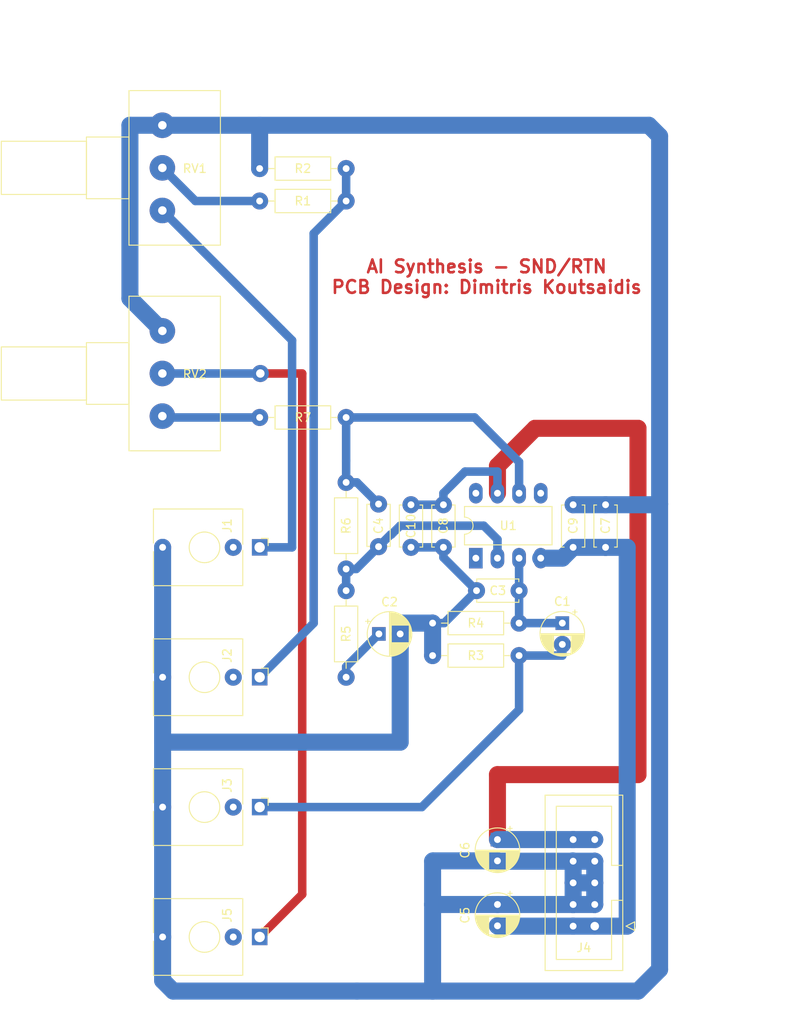
<source format=kicad_pcb>
(kicad_pcb (version 20171130) (host pcbnew "(5.1.9-0-10_14)")

  (general
    (thickness 1.6)
    (drawings 7)
    (tracks 111)
    (zones 0)
    (modules 25)
    (nets 18)
  )

  (page A4)
  (layers
    (0 F.Cu signal)
    (31 B.Cu signal)
    (32 B.Adhes user)
    (33 F.Adhes user)
    (34 B.Paste user)
    (35 F.Paste user)
    (36 B.SilkS user)
    (37 F.SilkS user)
    (38 B.Mask user)
    (39 F.Mask user)
    (40 Dwgs.User user)
    (41 Cmts.User user)
    (42 Eco1.User user)
    (43 Eco2.User user)
    (44 Edge.Cuts user)
    (45 Margin user)
    (46 B.CrtYd user)
    (47 F.CrtYd user)
    (48 B.Fab user)
    (49 F.Fab user hide)
  )

  (setup
    (last_trace_width 0.25)
    (user_trace_width 1)
    (user_trace_width 2)
    (trace_clearance 0.2)
    (zone_clearance 0.508)
    (zone_45_only no)
    (trace_min 0.2)
    (via_size 0.8)
    (via_drill 0.4)
    (via_min_size 0.4)
    (via_min_drill 0.3)
    (user_via 2 1)
    (uvia_size 0.3)
    (uvia_drill 0.1)
    (uvias_allowed no)
    (uvia_min_size 0.2)
    (uvia_min_drill 0.1)
    (edge_width 0.05)
    (segment_width 0.2)
    (pcb_text_width 0.3)
    (pcb_text_size 1.5 1.5)
    (mod_edge_width 0.12)
    (mod_text_size 1 1)
    (mod_text_width 0.15)
    (pad_size 2 2)
    (pad_drill 0.8)
    (pad_to_mask_clearance 0)
    (aux_axis_origin 67.31 173.99)
    (visible_elements FFFFFF7F)
    (pcbplotparams
      (layerselection 0x010fc_ffffffff)
      (usegerberextensions false)
      (usegerberattributes true)
      (usegerberadvancedattributes true)
      (creategerberjobfile true)
      (excludeedgelayer true)
      (linewidth 0.100000)
      (plotframeref false)
      (viasonmask false)
      (mode 1)
      (useauxorigin false)
      (hpglpennumber 1)
      (hpglpenspeed 20)
      (hpglpendiameter 15.000000)
      (psnegative false)
      (psa4output false)
      (plotreference true)
      (plotvalue true)
      (plotinvisibletext false)
      (padsonsilk false)
      (subtractmaskfromsilk false)
      (outputformat 1)
      (mirror false)
      (drillshape 1)
      (scaleselection 1)
      (outputdirectory ""))
  )

  (net 0 "")
  (net 1 "Net-(C1-Pad1)")
  (net 2 "Net-(C1-Pad2)")
  (net 3 GND)
  (net 4 "Net-(C2-Pad1)")
  (net 5 "Net-(C4-Pad2)")
  (net 6 "Net-(C4-Pad1)")
  (net 7 -12V)
  (net 8 +12V)
  (net 9 "Net-(R1-Pad1)")
  (net 10 "Net-(J2-Pad1)")
  (net 11 "Net-(R7-Pad1)")
  (net 12 "Net-(J1-Pad1)")
  (net 13 "Net-(J5-Pad1)")
  (net 14 "Net-(U1-Pad1)")
  (net 15 "Net-(U1-Pad5)")
  (net 16 "Net-(U1-Pad8)")
  (net 17 "Net-(J4-Pad3)")

  (net_class Default "This is the default net class."
    (clearance 0.2)
    (trace_width 0.25)
    (via_dia 0.8)
    (via_drill 0.4)
    (uvia_dia 0.3)
    (uvia_drill 0.1)
    (add_net +12V)
    (add_net -12V)
    (add_net GND)
    (add_net "Net-(C1-Pad1)")
    (add_net "Net-(C1-Pad2)")
    (add_net "Net-(C2-Pad1)")
    (add_net "Net-(C4-Pad1)")
    (add_net "Net-(C4-Pad2)")
    (add_net "Net-(J1-Pad1)")
    (add_net "Net-(J2-Pad1)")
    (add_net "Net-(J4-Pad3)")
    (add_net "Net-(J5-Pad1)")
    (add_net "Net-(R1-Pad1)")
    (add_net "Net-(R7-Pad1)")
    (add_net "Net-(U1-Pad1)")
    (add_net "Net-(U1-Pad5)")
    (add_net "Net-(U1-Pad8)")
  )

  (module Capacitor_THT:CP_Radial_D5.0mm_P2.50mm (layer F.Cu) (tedit 5AE50EF0) (tstamp 5FEE0133)
    (at 121.92 127 270)
    (descr "CP, Radial series, Radial, pin pitch=2.50mm, , diameter=5mm, Electrolytic Capacitor")
    (tags "CP Radial series Radial pin pitch 2.50mm  diameter 5mm Electrolytic Capacitor")
    (path /5FEF33E4)
    (fp_text reference C1 (at -2.54 0 180) (layer F.SilkS)
      (effects (font (size 1 1) (thickness 0.15)))
    )
    (fp_text value 10u (at 1.25 3.75 90) (layer F.Fab)
      (effects (font (size 1 1) (thickness 0.15)))
    )
    (fp_circle (center 1.25 0) (end 3.75 0) (layer F.Fab) (width 0.1))
    (fp_circle (center 1.25 0) (end 3.87 0) (layer F.SilkS) (width 0.12))
    (fp_circle (center 1.25 0) (end 4 0) (layer F.CrtYd) (width 0.05))
    (fp_line (start -0.883605 -1.0875) (end -0.383605 -1.0875) (layer F.Fab) (width 0.1))
    (fp_line (start -0.633605 -1.3375) (end -0.633605 -0.8375) (layer F.Fab) (width 0.1))
    (fp_line (start 1.25 -2.58) (end 1.25 2.58) (layer F.SilkS) (width 0.12))
    (fp_line (start 1.29 -2.58) (end 1.29 2.58) (layer F.SilkS) (width 0.12))
    (fp_line (start 1.33 -2.579) (end 1.33 2.579) (layer F.SilkS) (width 0.12))
    (fp_line (start 1.37 -2.578) (end 1.37 2.578) (layer F.SilkS) (width 0.12))
    (fp_line (start 1.41 -2.576) (end 1.41 2.576) (layer F.SilkS) (width 0.12))
    (fp_line (start 1.45 -2.573) (end 1.45 2.573) (layer F.SilkS) (width 0.12))
    (fp_line (start 1.49 -2.569) (end 1.49 -1.04) (layer F.SilkS) (width 0.12))
    (fp_line (start 1.49 1.04) (end 1.49 2.569) (layer F.SilkS) (width 0.12))
    (fp_line (start 1.53 -2.565) (end 1.53 -1.04) (layer F.SilkS) (width 0.12))
    (fp_line (start 1.53 1.04) (end 1.53 2.565) (layer F.SilkS) (width 0.12))
    (fp_line (start 1.57 -2.561) (end 1.57 -1.04) (layer F.SilkS) (width 0.12))
    (fp_line (start 1.57 1.04) (end 1.57 2.561) (layer F.SilkS) (width 0.12))
    (fp_line (start 1.61 -2.556) (end 1.61 -1.04) (layer F.SilkS) (width 0.12))
    (fp_line (start 1.61 1.04) (end 1.61 2.556) (layer F.SilkS) (width 0.12))
    (fp_line (start 1.65 -2.55) (end 1.65 -1.04) (layer F.SilkS) (width 0.12))
    (fp_line (start 1.65 1.04) (end 1.65 2.55) (layer F.SilkS) (width 0.12))
    (fp_line (start 1.69 -2.543) (end 1.69 -1.04) (layer F.SilkS) (width 0.12))
    (fp_line (start 1.69 1.04) (end 1.69 2.543) (layer F.SilkS) (width 0.12))
    (fp_line (start 1.73 -2.536) (end 1.73 -1.04) (layer F.SilkS) (width 0.12))
    (fp_line (start 1.73 1.04) (end 1.73 2.536) (layer F.SilkS) (width 0.12))
    (fp_line (start 1.77 -2.528) (end 1.77 -1.04) (layer F.SilkS) (width 0.12))
    (fp_line (start 1.77 1.04) (end 1.77 2.528) (layer F.SilkS) (width 0.12))
    (fp_line (start 1.81 -2.52) (end 1.81 -1.04) (layer F.SilkS) (width 0.12))
    (fp_line (start 1.81 1.04) (end 1.81 2.52) (layer F.SilkS) (width 0.12))
    (fp_line (start 1.85 -2.511) (end 1.85 -1.04) (layer F.SilkS) (width 0.12))
    (fp_line (start 1.85 1.04) (end 1.85 2.511) (layer F.SilkS) (width 0.12))
    (fp_line (start 1.89 -2.501) (end 1.89 -1.04) (layer F.SilkS) (width 0.12))
    (fp_line (start 1.89 1.04) (end 1.89 2.501) (layer F.SilkS) (width 0.12))
    (fp_line (start 1.93 -2.491) (end 1.93 -1.04) (layer F.SilkS) (width 0.12))
    (fp_line (start 1.93 1.04) (end 1.93 2.491) (layer F.SilkS) (width 0.12))
    (fp_line (start 1.971 -2.48) (end 1.971 -1.04) (layer F.SilkS) (width 0.12))
    (fp_line (start 1.971 1.04) (end 1.971 2.48) (layer F.SilkS) (width 0.12))
    (fp_line (start 2.011 -2.468) (end 2.011 -1.04) (layer F.SilkS) (width 0.12))
    (fp_line (start 2.011 1.04) (end 2.011 2.468) (layer F.SilkS) (width 0.12))
    (fp_line (start 2.051 -2.455) (end 2.051 -1.04) (layer F.SilkS) (width 0.12))
    (fp_line (start 2.051 1.04) (end 2.051 2.455) (layer F.SilkS) (width 0.12))
    (fp_line (start 2.091 -2.442) (end 2.091 -1.04) (layer F.SilkS) (width 0.12))
    (fp_line (start 2.091 1.04) (end 2.091 2.442) (layer F.SilkS) (width 0.12))
    (fp_line (start 2.131 -2.428) (end 2.131 -1.04) (layer F.SilkS) (width 0.12))
    (fp_line (start 2.131 1.04) (end 2.131 2.428) (layer F.SilkS) (width 0.12))
    (fp_line (start 2.171 -2.414) (end 2.171 -1.04) (layer F.SilkS) (width 0.12))
    (fp_line (start 2.171 1.04) (end 2.171 2.414) (layer F.SilkS) (width 0.12))
    (fp_line (start 2.211 -2.398) (end 2.211 -1.04) (layer F.SilkS) (width 0.12))
    (fp_line (start 2.211 1.04) (end 2.211 2.398) (layer F.SilkS) (width 0.12))
    (fp_line (start 2.251 -2.382) (end 2.251 -1.04) (layer F.SilkS) (width 0.12))
    (fp_line (start 2.251 1.04) (end 2.251 2.382) (layer F.SilkS) (width 0.12))
    (fp_line (start 2.291 -2.365) (end 2.291 -1.04) (layer F.SilkS) (width 0.12))
    (fp_line (start 2.291 1.04) (end 2.291 2.365) (layer F.SilkS) (width 0.12))
    (fp_line (start 2.331 -2.348) (end 2.331 -1.04) (layer F.SilkS) (width 0.12))
    (fp_line (start 2.331 1.04) (end 2.331 2.348) (layer F.SilkS) (width 0.12))
    (fp_line (start 2.371 -2.329) (end 2.371 -1.04) (layer F.SilkS) (width 0.12))
    (fp_line (start 2.371 1.04) (end 2.371 2.329) (layer F.SilkS) (width 0.12))
    (fp_line (start 2.411 -2.31) (end 2.411 -1.04) (layer F.SilkS) (width 0.12))
    (fp_line (start 2.411 1.04) (end 2.411 2.31) (layer F.SilkS) (width 0.12))
    (fp_line (start 2.451 -2.29) (end 2.451 -1.04) (layer F.SilkS) (width 0.12))
    (fp_line (start 2.451 1.04) (end 2.451 2.29) (layer F.SilkS) (width 0.12))
    (fp_line (start 2.491 -2.268) (end 2.491 -1.04) (layer F.SilkS) (width 0.12))
    (fp_line (start 2.491 1.04) (end 2.491 2.268) (layer F.SilkS) (width 0.12))
    (fp_line (start 2.531 -2.247) (end 2.531 -1.04) (layer F.SilkS) (width 0.12))
    (fp_line (start 2.531 1.04) (end 2.531 2.247) (layer F.SilkS) (width 0.12))
    (fp_line (start 2.571 -2.224) (end 2.571 -1.04) (layer F.SilkS) (width 0.12))
    (fp_line (start 2.571 1.04) (end 2.571 2.224) (layer F.SilkS) (width 0.12))
    (fp_line (start 2.611 -2.2) (end 2.611 -1.04) (layer F.SilkS) (width 0.12))
    (fp_line (start 2.611 1.04) (end 2.611 2.2) (layer F.SilkS) (width 0.12))
    (fp_line (start 2.651 -2.175) (end 2.651 -1.04) (layer F.SilkS) (width 0.12))
    (fp_line (start 2.651 1.04) (end 2.651 2.175) (layer F.SilkS) (width 0.12))
    (fp_line (start 2.691 -2.149) (end 2.691 -1.04) (layer F.SilkS) (width 0.12))
    (fp_line (start 2.691 1.04) (end 2.691 2.149) (layer F.SilkS) (width 0.12))
    (fp_line (start 2.731 -2.122) (end 2.731 -1.04) (layer F.SilkS) (width 0.12))
    (fp_line (start 2.731 1.04) (end 2.731 2.122) (layer F.SilkS) (width 0.12))
    (fp_line (start 2.771 -2.095) (end 2.771 -1.04) (layer F.SilkS) (width 0.12))
    (fp_line (start 2.771 1.04) (end 2.771 2.095) (layer F.SilkS) (width 0.12))
    (fp_line (start 2.811 -2.065) (end 2.811 -1.04) (layer F.SilkS) (width 0.12))
    (fp_line (start 2.811 1.04) (end 2.811 2.065) (layer F.SilkS) (width 0.12))
    (fp_line (start 2.851 -2.035) (end 2.851 -1.04) (layer F.SilkS) (width 0.12))
    (fp_line (start 2.851 1.04) (end 2.851 2.035) (layer F.SilkS) (width 0.12))
    (fp_line (start 2.891 -2.004) (end 2.891 -1.04) (layer F.SilkS) (width 0.12))
    (fp_line (start 2.891 1.04) (end 2.891 2.004) (layer F.SilkS) (width 0.12))
    (fp_line (start 2.931 -1.971) (end 2.931 -1.04) (layer F.SilkS) (width 0.12))
    (fp_line (start 2.931 1.04) (end 2.931 1.971) (layer F.SilkS) (width 0.12))
    (fp_line (start 2.971 -1.937) (end 2.971 -1.04) (layer F.SilkS) (width 0.12))
    (fp_line (start 2.971 1.04) (end 2.971 1.937) (layer F.SilkS) (width 0.12))
    (fp_line (start 3.011 -1.901) (end 3.011 -1.04) (layer F.SilkS) (width 0.12))
    (fp_line (start 3.011 1.04) (end 3.011 1.901) (layer F.SilkS) (width 0.12))
    (fp_line (start 3.051 -1.864) (end 3.051 -1.04) (layer F.SilkS) (width 0.12))
    (fp_line (start 3.051 1.04) (end 3.051 1.864) (layer F.SilkS) (width 0.12))
    (fp_line (start 3.091 -1.826) (end 3.091 -1.04) (layer F.SilkS) (width 0.12))
    (fp_line (start 3.091 1.04) (end 3.091 1.826) (layer F.SilkS) (width 0.12))
    (fp_line (start 3.131 -1.785) (end 3.131 -1.04) (layer F.SilkS) (width 0.12))
    (fp_line (start 3.131 1.04) (end 3.131 1.785) (layer F.SilkS) (width 0.12))
    (fp_line (start 3.171 -1.743) (end 3.171 -1.04) (layer F.SilkS) (width 0.12))
    (fp_line (start 3.171 1.04) (end 3.171 1.743) (layer F.SilkS) (width 0.12))
    (fp_line (start 3.211 -1.699) (end 3.211 -1.04) (layer F.SilkS) (width 0.12))
    (fp_line (start 3.211 1.04) (end 3.211 1.699) (layer F.SilkS) (width 0.12))
    (fp_line (start 3.251 -1.653) (end 3.251 -1.04) (layer F.SilkS) (width 0.12))
    (fp_line (start 3.251 1.04) (end 3.251 1.653) (layer F.SilkS) (width 0.12))
    (fp_line (start 3.291 -1.605) (end 3.291 -1.04) (layer F.SilkS) (width 0.12))
    (fp_line (start 3.291 1.04) (end 3.291 1.605) (layer F.SilkS) (width 0.12))
    (fp_line (start 3.331 -1.554) (end 3.331 -1.04) (layer F.SilkS) (width 0.12))
    (fp_line (start 3.331 1.04) (end 3.331 1.554) (layer F.SilkS) (width 0.12))
    (fp_line (start 3.371 -1.5) (end 3.371 -1.04) (layer F.SilkS) (width 0.12))
    (fp_line (start 3.371 1.04) (end 3.371 1.5) (layer F.SilkS) (width 0.12))
    (fp_line (start 3.411 -1.443) (end 3.411 -1.04) (layer F.SilkS) (width 0.12))
    (fp_line (start 3.411 1.04) (end 3.411 1.443) (layer F.SilkS) (width 0.12))
    (fp_line (start 3.451 -1.383) (end 3.451 -1.04) (layer F.SilkS) (width 0.12))
    (fp_line (start 3.451 1.04) (end 3.451 1.383) (layer F.SilkS) (width 0.12))
    (fp_line (start 3.491 -1.319) (end 3.491 -1.04) (layer F.SilkS) (width 0.12))
    (fp_line (start 3.491 1.04) (end 3.491 1.319) (layer F.SilkS) (width 0.12))
    (fp_line (start 3.531 -1.251) (end 3.531 -1.04) (layer F.SilkS) (width 0.12))
    (fp_line (start 3.531 1.04) (end 3.531 1.251) (layer F.SilkS) (width 0.12))
    (fp_line (start 3.571 -1.178) (end 3.571 1.178) (layer F.SilkS) (width 0.12))
    (fp_line (start 3.611 -1.098) (end 3.611 1.098) (layer F.SilkS) (width 0.12))
    (fp_line (start 3.651 -1.011) (end 3.651 1.011) (layer F.SilkS) (width 0.12))
    (fp_line (start 3.691 -0.915) (end 3.691 0.915) (layer F.SilkS) (width 0.12))
    (fp_line (start 3.731 -0.805) (end 3.731 0.805) (layer F.SilkS) (width 0.12))
    (fp_line (start 3.771 -0.677) (end 3.771 0.677) (layer F.SilkS) (width 0.12))
    (fp_line (start 3.811 -0.518) (end 3.811 0.518) (layer F.SilkS) (width 0.12))
    (fp_line (start 3.851 -0.284) (end 3.851 0.284) (layer F.SilkS) (width 0.12))
    (fp_line (start -1.554775 -1.475) (end -1.054775 -1.475) (layer F.SilkS) (width 0.12))
    (fp_line (start -1.304775 -1.725) (end -1.304775 -1.225) (layer F.SilkS) (width 0.12))
    (fp_text user %R (at 1.25 0 90) (layer F.Fab)
      (effects (font (size 1 1) (thickness 0.15)))
    )
    (pad 1 thru_hole rect (at 0 0 270) (size 1.6 1.6) (drill 0.8) (layers *.Cu *.Mask)
      (net 1 "Net-(C1-Pad1)"))
    (pad 2 thru_hole circle (at 2.5 0 270) (size 2 2) (drill 0.8) (layers *.Cu *.Mask)
      (net 2 "Net-(C1-Pad2)"))
    (model ${KISYS3DMOD}/Capacitor_THT.3dshapes/CP_Radial_D5.0mm_P2.50mm.wrl
      (at (xyz 0 0 0))
      (scale (xyz 1 1 1))
      (rotate (xyz 0 0 0))
    )
  )

  (module Capacitor_THT:CP_Radial_D5.0mm_P2.50mm (layer F.Cu) (tedit 5AE50EF0) (tstamp 5FEE01B7)
    (at 100.37 128.27)
    (descr "CP, Radial series, Radial, pin pitch=2.50mm, , diameter=5mm, Electrolytic Capacitor")
    (tags "CP Radial series Radial pin pitch 2.50mm  diameter 5mm Electrolytic Capacitor")
    (path /5FEF3EAD)
    (fp_text reference C2 (at 1.25 -3.75) (layer F.SilkS)
      (effects (font (size 1 1) (thickness 0.15)))
    )
    (fp_text value 10u (at 1.25 3.75) (layer F.Fab)
      (effects (font (size 1 1) (thickness 0.15)))
    )
    (fp_line (start -1.304775 -1.725) (end -1.304775 -1.225) (layer F.SilkS) (width 0.12))
    (fp_line (start -1.554775 -1.475) (end -1.054775 -1.475) (layer F.SilkS) (width 0.12))
    (fp_line (start 3.851 -0.284) (end 3.851 0.284) (layer F.SilkS) (width 0.12))
    (fp_line (start 3.811 -0.518) (end 3.811 0.518) (layer F.SilkS) (width 0.12))
    (fp_line (start 3.771 -0.677) (end 3.771 0.677) (layer F.SilkS) (width 0.12))
    (fp_line (start 3.731 -0.805) (end 3.731 0.805) (layer F.SilkS) (width 0.12))
    (fp_line (start 3.691 -0.915) (end 3.691 0.915) (layer F.SilkS) (width 0.12))
    (fp_line (start 3.651 -1.011) (end 3.651 1.011) (layer F.SilkS) (width 0.12))
    (fp_line (start 3.611 -1.098) (end 3.611 1.098) (layer F.SilkS) (width 0.12))
    (fp_line (start 3.571 -1.178) (end 3.571 1.178) (layer F.SilkS) (width 0.12))
    (fp_line (start 3.531 1.04) (end 3.531 1.251) (layer F.SilkS) (width 0.12))
    (fp_line (start 3.531 -1.251) (end 3.531 -1.04) (layer F.SilkS) (width 0.12))
    (fp_line (start 3.491 1.04) (end 3.491 1.319) (layer F.SilkS) (width 0.12))
    (fp_line (start 3.491 -1.319) (end 3.491 -1.04) (layer F.SilkS) (width 0.12))
    (fp_line (start 3.451 1.04) (end 3.451 1.383) (layer F.SilkS) (width 0.12))
    (fp_line (start 3.451 -1.383) (end 3.451 -1.04) (layer F.SilkS) (width 0.12))
    (fp_line (start 3.411 1.04) (end 3.411 1.443) (layer F.SilkS) (width 0.12))
    (fp_line (start 3.411 -1.443) (end 3.411 -1.04) (layer F.SilkS) (width 0.12))
    (fp_line (start 3.371 1.04) (end 3.371 1.5) (layer F.SilkS) (width 0.12))
    (fp_line (start 3.371 -1.5) (end 3.371 -1.04) (layer F.SilkS) (width 0.12))
    (fp_line (start 3.331 1.04) (end 3.331 1.554) (layer F.SilkS) (width 0.12))
    (fp_line (start 3.331 -1.554) (end 3.331 -1.04) (layer F.SilkS) (width 0.12))
    (fp_line (start 3.291 1.04) (end 3.291 1.605) (layer F.SilkS) (width 0.12))
    (fp_line (start 3.291 -1.605) (end 3.291 -1.04) (layer F.SilkS) (width 0.12))
    (fp_line (start 3.251 1.04) (end 3.251 1.653) (layer F.SilkS) (width 0.12))
    (fp_line (start 3.251 -1.653) (end 3.251 -1.04) (layer F.SilkS) (width 0.12))
    (fp_line (start 3.211 1.04) (end 3.211 1.699) (layer F.SilkS) (width 0.12))
    (fp_line (start 3.211 -1.699) (end 3.211 -1.04) (layer F.SilkS) (width 0.12))
    (fp_line (start 3.171 1.04) (end 3.171 1.743) (layer F.SilkS) (width 0.12))
    (fp_line (start 3.171 -1.743) (end 3.171 -1.04) (layer F.SilkS) (width 0.12))
    (fp_line (start 3.131 1.04) (end 3.131 1.785) (layer F.SilkS) (width 0.12))
    (fp_line (start 3.131 -1.785) (end 3.131 -1.04) (layer F.SilkS) (width 0.12))
    (fp_line (start 3.091 1.04) (end 3.091 1.826) (layer F.SilkS) (width 0.12))
    (fp_line (start 3.091 -1.826) (end 3.091 -1.04) (layer F.SilkS) (width 0.12))
    (fp_line (start 3.051 1.04) (end 3.051 1.864) (layer F.SilkS) (width 0.12))
    (fp_line (start 3.051 -1.864) (end 3.051 -1.04) (layer F.SilkS) (width 0.12))
    (fp_line (start 3.011 1.04) (end 3.011 1.901) (layer F.SilkS) (width 0.12))
    (fp_line (start 3.011 -1.901) (end 3.011 -1.04) (layer F.SilkS) (width 0.12))
    (fp_line (start 2.971 1.04) (end 2.971 1.937) (layer F.SilkS) (width 0.12))
    (fp_line (start 2.971 -1.937) (end 2.971 -1.04) (layer F.SilkS) (width 0.12))
    (fp_line (start 2.931 1.04) (end 2.931 1.971) (layer F.SilkS) (width 0.12))
    (fp_line (start 2.931 -1.971) (end 2.931 -1.04) (layer F.SilkS) (width 0.12))
    (fp_line (start 2.891 1.04) (end 2.891 2.004) (layer F.SilkS) (width 0.12))
    (fp_line (start 2.891 -2.004) (end 2.891 -1.04) (layer F.SilkS) (width 0.12))
    (fp_line (start 2.851 1.04) (end 2.851 2.035) (layer F.SilkS) (width 0.12))
    (fp_line (start 2.851 -2.035) (end 2.851 -1.04) (layer F.SilkS) (width 0.12))
    (fp_line (start 2.811 1.04) (end 2.811 2.065) (layer F.SilkS) (width 0.12))
    (fp_line (start 2.811 -2.065) (end 2.811 -1.04) (layer F.SilkS) (width 0.12))
    (fp_line (start 2.771 1.04) (end 2.771 2.095) (layer F.SilkS) (width 0.12))
    (fp_line (start 2.771 -2.095) (end 2.771 -1.04) (layer F.SilkS) (width 0.12))
    (fp_line (start 2.731 1.04) (end 2.731 2.122) (layer F.SilkS) (width 0.12))
    (fp_line (start 2.731 -2.122) (end 2.731 -1.04) (layer F.SilkS) (width 0.12))
    (fp_line (start 2.691 1.04) (end 2.691 2.149) (layer F.SilkS) (width 0.12))
    (fp_line (start 2.691 -2.149) (end 2.691 -1.04) (layer F.SilkS) (width 0.12))
    (fp_line (start 2.651 1.04) (end 2.651 2.175) (layer F.SilkS) (width 0.12))
    (fp_line (start 2.651 -2.175) (end 2.651 -1.04) (layer F.SilkS) (width 0.12))
    (fp_line (start 2.611 1.04) (end 2.611 2.2) (layer F.SilkS) (width 0.12))
    (fp_line (start 2.611 -2.2) (end 2.611 -1.04) (layer F.SilkS) (width 0.12))
    (fp_line (start 2.571 1.04) (end 2.571 2.224) (layer F.SilkS) (width 0.12))
    (fp_line (start 2.571 -2.224) (end 2.571 -1.04) (layer F.SilkS) (width 0.12))
    (fp_line (start 2.531 1.04) (end 2.531 2.247) (layer F.SilkS) (width 0.12))
    (fp_line (start 2.531 -2.247) (end 2.531 -1.04) (layer F.SilkS) (width 0.12))
    (fp_line (start 2.491 1.04) (end 2.491 2.268) (layer F.SilkS) (width 0.12))
    (fp_line (start 2.491 -2.268) (end 2.491 -1.04) (layer F.SilkS) (width 0.12))
    (fp_line (start 2.451 1.04) (end 2.451 2.29) (layer F.SilkS) (width 0.12))
    (fp_line (start 2.451 -2.29) (end 2.451 -1.04) (layer F.SilkS) (width 0.12))
    (fp_line (start 2.411 1.04) (end 2.411 2.31) (layer F.SilkS) (width 0.12))
    (fp_line (start 2.411 -2.31) (end 2.411 -1.04) (layer F.SilkS) (width 0.12))
    (fp_line (start 2.371 1.04) (end 2.371 2.329) (layer F.SilkS) (width 0.12))
    (fp_line (start 2.371 -2.329) (end 2.371 -1.04) (layer F.SilkS) (width 0.12))
    (fp_line (start 2.331 1.04) (end 2.331 2.348) (layer F.SilkS) (width 0.12))
    (fp_line (start 2.331 -2.348) (end 2.331 -1.04) (layer F.SilkS) (width 0.12))
    (fp_line (start 2.291 1.04) (end 2.291 2.365) (layer F.SilkS) (width 0.12))
    (fp_line (start 2.291 -2.365) (end 2.291 -1.04) (layer F.SilkS) (width 0.12))
    (fp_line (start 2.251 1.04) (end 2.251 2.382) (layer F.SilkS) (width 0.12))
    (fp_line (start 2.251 -2.382) (end 2.251 -1.04) (layer F.SilkS) (width 0.12))
    (fp_line (start 2.211 1.04) (end 2.211 2.398) (layer F.SilkS) (width 0.12))
    (fp_line (start 2.211 -2.398) (end 2.211 -1.04) (layer F.SilkS) (width 0.12))
    (fp_line (start 2.171 1.04) (end 2.171 2.414) (layer F.SilkS) (width 0.12))
    (fp_line (start 2.171 -2.414) (end 2.171 -1.04) (layer F.SilkS) (width 0.12))
    (fp_line (start 2.131 1.04) (end 2.131 2.428) (layer F.SilkS) (width 0.12))
    (fp_line (start 2.131 -2.428) (end 2.131 -1.04) (layer F.SilkS) (width 0.12))
    (fp_line (start 2.091 1.04) (end 2.091 2.442) (layer F.SilkS) (width 0.12))
    (fp_line (start 2.091 -2.442) (end 2.091 -1.04) (layer F.SilkS) (width 0.12))
    (fp_line (start 2.051 1.04) (end 2.051 2.455) (layer F.SilkS) (width 0.12))
    (fp_line (start 2.051 -2.455) (end 2.051 -1.04) (layer F.SilkS) (width 0.12))
    (fp_line (start 2.011 1.04) (end 2.011 2.468) (layer F.SilkS) (width 0.12))
    (fp_line (start 2.011 -2.468) (end 2.011 -1.04) (layer F.SilkS) (width 0.12))
    (fp_line (start 1.971 1.04) (end 1.971 2.48) (layer F.SilkS) (width 0.12))
    (fp_line (start 1.971 -2.48) (end 1.971 -1.04) (layer F.SilkS) (width 0.12))
    (fp_line (start 1.93 1.04) (end 1.93 2.491) (layer F.SilkS) (width 0.12))
    (fp_line (start 1.93 -2.491) (end 1.93 -1.04) (layer F.SilkS) (width 0.12))
    (fp_line (start 1.89 1.04) (end 1.89 2.501) (layer F.SilkS) (width 0.12))
    (fp_line (start 1.89 -2.501) (end 1.89 -1.04) (layer F.SilkS) (width 0.12))
    (fp_line (start 1.85 1.04) (end 1.85 2.511) (layer F.SilkS) (width 0.12))
    (fp_line (start 1.85 -2.511) (end 1.85 -1.04) (layer F.SilkS) (width 0.12))
    (fp_line (start 1.81 1.04) (end 1.81 2.52) (layer F.SilkS) (width 0.12))
    (fp_line (start 1.81 -2.52) (end 1.81 -1.04) (layer F.SilkS) (width 0.12))
    (fp_line (start 1.77 1.04) (end 1.77 2.528) (layer F.SilkS) (width 0.12))
    (fp_line (start 1.77 -2.528) (end 1.77 -1.04) (layer F.SilkS) (width 0.12))
    (fp_line (start 1.73 1.04) (end 1.73 2.536) (layer F.SilkS) (width 0.12))
    (fp_line (start 1.73 -2.536) (end 1.73 -1.04) (layer F.SilkS) (width 0.12))
    (fp_line (start 1.69 1.04) (end 1.69 2.543) (layer F.SilkS) (width 0.12))
    (fp_line (start 1.69 -2.543) (end 1.69 -1.04) (layer F.SilkS) (width 0.12))
    (fp_line (start 1.65 1.04) (end 1.65 2.55) (layer F.SilkS) (width 0.12))
    (fp_line (start 1.65 -2.55) (end 1.65 -1.04) (layer F.SilkS) (width 0.12))
    (fp_line (start 1.61 1.04) (end 1.61 2.556) (layer F.SilkS) (width 0.12))
    (fp_line (start 1.61 -2.556) (end 1.61 -1.04) (layer F.SilkS) (width 0.12))
    (fp_line (start 1.57 1.04) (end 1.57 2.561) (layer F.SilkS) (width 0.12))
    (fp_line (start 1.57 -2.561) (end 1.57 -1.04) (layer F.SilkS) (width 0.12))
    (fp_line (start 1.53 1.04) (end 1.53 2.565) (layer F.SilkS) (width 0.12))
    (fp_line (start 1.53 -2.565) (end 1.53 -1.04) (layer F.SilkS) (width 0.12))
    (fp_line (start 1.49 1.04) (end 1.49 2.569) (layer F.SilkS) (width 0.12))
    (fp_line (start 1.49 -2.569) (end 1.49 -1.04) (layer F.SilkS) (width 0.12))
    (fp_line (start 1.45 -2.573) (end 1.45 2.573) (layer F.SilkS) (width 0.12))
    (fp_line (start 1.41 -2.576) (end 1.41 2.576) (layer F.SilkS) (width 0.12))
    (fp_line (start 1.37 -2.578) (end 1.37 2.578) (layer F.SilkS) (width 0.12))
    (fp_line (start 1.33 -2.579) (end 1.33 2.579) (layer F.SilkS) (width 0.12))
    (fp_line (start 1.29 -2.58) (end 1.29 2.58) (layer F.SilkS) (width 0.12))
    (fp_line (start 1.25 -2.58) (end 1.25 2.58) (layer F.SilkS) (width 0.12))
    (fp_line (start -0.633605 -1.3375) (end -0.633605 -0.8375) (layer F.Fab) (width 0.1))
    (fp_line (start -0.883605 -1.0875) (end -0.383605 -1.0875) (layer F.Fab) (width 0.1))
    (fp_circle (center 1.25 0) (end 4 0) (layer F.CrtYd) (width 0.05))
    (fp_circle (center 1.25 0) (end 3.87 0) (layer F.SilkS) (width 0.12))
    (fp_circle (center 1.25 0) (end 3.75 0) (layer F.Fab) (width 0.1))
    (fp_text user %R (at 1.25 0) (layer F.Fab)
      (effects (font (size 1 1) (thickness 0.15)))
    )
    (pad 2 thru_hole circle (at 2.5 0) (size 2 2) (drill 0.8) (layers *.Cu *.Mask)
      (net 3 GND))
    (pad 1 thru_hole rect (at 0 0) (size 1.6 1.6) (drill 0.8) (layers *.Cu *.Mask)
      (net 4 "Net-(C2-Pad1)"))
    (model ${KISYS3DMOD}/Capacitor_THT.3dshapes/CP_Radial_D5.0mm_P2.50mm.wrl
      (at (xyz 0 0 0))
      (scale (xyz 1 1 1))
      (rotate (xyz 0 0 0))
    )
  )

  (module Capacitor_THT:C_Disc_D4.7mm_W2.5mm_P5.00mm (layer F.Cu) (tedit 5AE50EF0) (tstamp 5FEE01CC)
    (at 116.84 123.19 180)
    (descr "C, Disc series, Radial, pin pitch=5.00mm, , diameter*width=4.7*2.5mm^2, Capacitor, http://www.vishay.com/docs/45233/krseries.pdf")
    (tags "C Disc series Radial pin pitch 5.00mm  diameter 4.7mm width 2.5mm Capacitor")
    (path /5FEF1581)
    (fp_text reference C3 (at 2.5 0) (layer F.SilkS)
      (effects (font (size 1 1) (thickness 0.15)))
    )
    (fp_text value 10p (at 2.5 2.5) (layer F.Fab)
      (effects (font (size 1 1) (thickness 0.15)))
    )
    (fp_line (start 0.15 -1.25) (end 0.15 1.25) (layer F.Fab) (width 0.1))
    (fp_line (start 0.15 1.25) (end 4.85 1.25) (layer F.Fab) (width 0.1))
    (fp_line (start 4.85 1.25) (end 4.85 -1.25) (layer F.Fab) (width 0.1))
    (fp_line (start 4.85 -1.25) (end 0.15 -1.25) (layer F.Fab) (width 0.1))
    (fp_line (start 0.03 -1.37) (end 4.97 -1.37) (layer F.SilkS) (width 0.12))
    (fp_line (start 0.03 1.37) (end 4.97 1.37) (layer F.SilkS) (width 0.12))
    (fp_line (start 0.03 -1.37) (end 0.03 -1.055) (layer F.SilkS) (width 0.12))
    (fp_line (start 0.03 1.055) (end 0.03 1.37) (layer F.SilkS) (width 0.12))
    (fp_line (start 4.97 -1.37) (end 4.97 -1.055) (layer F.SilkS) (width 0.12))
    (fp_line (start 4.97 1.055) (end 4.97 1.37) (layer F.SilkS) (width 0.12))
    (fp_line (start -1.05 -1.5) (end -1.05 1.5) (layer F.CrtYd) (width 0.05))
    (fp_line (start -1.05 1.5) (end 6.05 1.5) (layer F.CrtYd) (width 0.05))
    (fp_line (start 6.05 1.5) (end 6.05 -1.5) (layer F.CrtYd) (width 0.05))
    (fp_line (start 6.05 -1.5) (end -1.05 -1.5) (layer F.CrtYd) (width 0.05))
    (fp_text user %R (at 2.5 0) (layer F.Fab)
      (effects (font (size 0.94 0.94) (thickness 0.141)))
    )
    (pad 1 thru_hole circle (at 0 0 180) (size 2 2) (drill 0.8) (layers *.Cu *.Mask)
      (net 1 "Net-(C1-Pad1)"))
    (pad 2 thru_hole circle (at 5 0 180) (size 2 2) (drill 0.8) (layers *.Cu *.Mask)
      (net 3 GND))
    (model ${KISYS3DMOD}/Capacitor_THT.3dshapes/C_Disc_D4.7mm_W2.5mm_P5.00mm.wrl
      (at (xyz 0 0 0))
      (scale (xyz 1 1 1))
      (rotate (xyz 0 0 0))
    )
  )

  (module Capacitor_THT:C_Disc_D4.7mm_W2.5mm_P5.00mm (layer F.Cu) (tedit 5FEE23D6) (tstamp 5FEE01E1)
    (at 100.33 113.03 270)
    (descr "C, Disc series, Radial, pin pitch=5.00mm, , diameter*width=4.7*2.5mm^2, Capacitor, http://www.vishay.com/docs/45233/krseries.pdf")
    (tags "C Disc series Radial pin pitch 5.00mm  diameter 4.7mm width 2.5mm Capacitor")
    (path /5FEF2072)
    (fp_text reference C4 (at 2.54 0 90) (layer F.SilkS)
      (effects (font (size 1 1) (thickness 0.15)))
    )
    (fp_text value 47p (at 2.5 2.5 90) (layer F.Fab)
      (effects (font (size 1 1) (thickness 0.15)))
    )
    (fp_line (start 6.05 -1.5) (end -1.05 -1.5) (layer F.CrtYd) (width 0.05))
    (fp_line (start 6.05 1.5) (end 6.05 -1.5) (layer F.CrtYd) (width 0.05))
    (fp_line (start -1.05 1.5) (end 6.05 1.5) (layer F.CrtYd) (width 0.05))
    (fp_line (start -1.05 -1.5) (end -1.05 1.5) (layer F.CrtYd) (width 0.05))
    (fp_line (start 4.97 1.055) (end 4.97 1.37) (layer F.SilkS) (width 0.12))
    (fp_line (start 4.97 -1.37) (end 4.97 -1.055) (layer F.SilkS) (width 0.12))
    (fp_line (start 0.03 1.055) (end 0.03 1.37) (layer F.SilkS) (width 0.12))
    (fp_line (start 0.03 -1.37) (end 0.03 -1.055) (layer F.SilkS) (width 0.12))
    (fp_line (start 0.03 1.37) (end 4.97 1.37) (layer F.SilkS) (width 0.12))
    (fp_line (start 0.03 -1.37) (end 4.97 -1.37) (layer F.SilkS) (width 0.12))
    (fp_line (start 4.85 -1.25) (end 0.15 -1.25) (layer F.Fab) (width 0.1))
    (fp_line (start 4.85 1.25) (end 4.85 -1.25) (layer F.Fab) (width 0.1))
    (fp_line (start 0.15 1.25) (end 4.85 1.25) (layer F.Fab) (width 0.1))
    (fp_line (start 0.15 -1.25) (end 0.15 1.25) (layer F.Fab) (width 0.1))
    (fp_text user %R (at 2.5 0 90) (layer F.Fab)
      (effects (font (size 0.94 0.94) (thickness 0.141)))
    )
    (pad 2 thru_hole circle (at 5 0 270) (size 2 2) (drill 0.8) (layers *.Cu *.Mask)
      (net 5 "Net-(C4-Pad2)"))
    (pad 1 thru_hole circle (at 0 0 270) (size 2 2) (drill 0.8) (layers *.Cu *.Mask)
      (net 6 "Net-(C4-Pad1)"))
    (model ${KISYS3DMOD}/Capacitor_THT.3dshapes/C_Disc_D4.7mm_W2.5mm_P5.00mm.wrl
      (at (xyz 0 0 0))
      (scale (xyz 1 1 1))
      (rotate (xyz 0 0 0))
    )
  )

  (module Capacitor_THT:CP_Radial_D5.0mm_P2.50mm (layer F.Cu) (tedit 5FEE2410) (tstamp 5FEE0265)
    (at 114.3 160.02 270)
    (descr "CP, Radial series, Radial, pin pitch=2.50mm, , diameter=5mm, Electrolytic Capacitor")
    (tags "CP Radial series Radial pin pitch 2.50mm  diameter 5mm Electrolytic Capacitor")
    (path /5FEF454B)
    (fp_text reference C5 (at 1.27 3.81 90) (layer F.SilkS)
      (effects (font (size 1 1) (thickness 0.15)))
    )
    (fp_text value 10u (at 1.25 3.75 90) (layer F.Fab)
      (effects (font (size 1 1) (thickness 0.15)))
    )
    (fp_circle (center 1.25 0) (end 3.75 0) (layer F.Fab) (width 0.1))
    (fp_circle (center 1.25 0) (end 3.87 0) (layer F.SilkS) (width 0.12))
    (fp_circle (center 1.25 0) (end 4 0) (layer F.CrtYd) (width 0.05))
    (fp_line (start -0.883605 -1.0875) (end -0.383605 -1.0875) (layer F.Fab) (width 0.1))
    (fp_line (start -0.633605 -1.3375) (end -0.633605 -0.8375) (layer F.Fab) (width 0.1))
    (fp_line (start 1.25 -2.58) (end 1.25 2.58) (layer F.SilkS) (width 0.12))
    (fp_line (start 1.29 -2.58) (end 1.29 2.58) (layer F.SilkS) (width 0.12))
    (fp_line (start 1.33 -2.579) (end 1.33 2.579) (layer F.SilkS) (width 0.12))
    (fp_line (start 1.37 -2.578) (end 1.37 2.578) (layer F.SilkS) (width 0.12))
    (fp_line (start 1.41 -2.576) (end 1.41 2.576) (layer F.SilkS) (width 0.12))
    (fp_line (start 1.45 -2.573) (end 1.45 2.573) (layer F.SilkS) (width 0.12))
    (fp_line (start 1.49 -2.569) (end 1.49 -1.04) (layer F.SilkS) (width 0.12))
    (fp_line (start 1.49 1.04) (end 1.49 2.569) (layer F.SilkS) (width 0.12))
    (fp_line (start 1.53 -2.565) (end 1.53 -1.04) (layer F.SilkS) (width 0.12))
    (fp_line (start 1.53 1.04) (end 1.53 2.565) (layer F.SilkS) (width 0.12))
    (fp_line (start 1.57 -2.561) (end 1.57 -1.04) (layer F.SilkS) (width 0.12))
    (fp_line (start 1.57 1.04) (end 1.57 2.561) (layer F.SilkS) (width 0.12))
    (fp_line (start 1.61 -2.556) (end 1.61 -1.04) (layer F.SilkS) (width 0.12))
    (fp_line (start 1.61 1.04) (end 1.61 2.556) (layer F.SilkS) (width 0.12))
    (fp_line (start 1.65 -2.55) (end 1.65 -1.04) (layer F.SilkS) (width 0.12))
    (fp_line (start 1.65 1.04) (end 1.65 2.55) (layer F.SilkS) (width 0.12))
    (fp_line (start 1.69 -2.543) (end 1.69 -1.04) (layer F.SilkS) (width 0.12))
    (fp_line (start 1.69 1.04) (end 1.69 2.543) (layer F.SilkS) (width 0.12))
    (fp_line (start 1.73 -2.536) (end 1.73 -1.04) (layer F.SilkS) (width 0.12))
    (fp_line (start 1.73 1.04) (end 1.73 2.536) (layer F.SilkS) (width 0.12))
    (fp_line (start 1.77 -2.528) (end 1.77 -1.04) (layer F.SilkS) (width 0.12))
    (fp_line (start 1.77 1.04) (end 1.77 2.528) (layer F.SilkS) (width 0.12))
    (fp_line (start 1.81 -2.52) (end 1.81 -1.04) (layer F.SilkS) (width 0.12))
    (fp_line (start 1.81 1.04) (end 1.81 2.52) (layer F.SilkS) (width 0.12))
    (fp_line (start 1.85 -2.511) (end 1.85 -1.04) (layer F.SilkS) (width 0.12))
    (fp_line (start 1.85 1.04) (end 1.85 2.511) (layer F.SilkS) (width 0.12))
    (fp_line (start 1.89 -2.501) (end 1.89 -1.04) (layer F.SilkS) (width 0.12))
    (fp_line (start 1.89 1.04) (end 1.89 2.501) (layer F.SilkS) (width 0.12))
    (fp_line (start 1.93 -2.491) (end 1.93 -1.04) (layer F.SilkS) (width 0.12))
    (fp_line (start 1.93 1.04) (end 1.93 2.491) (layer F.SilkS) (width 0.12))
    (fp_line (start 1.971 -2.48) (end 1.971 -1.04) (layer F.SilkS) (width 0.12))
    (fp_line (start 1.971 1.04) (end 1.971 2.48) (layer F.SilkS) (width 0.12))
    (fp_line (start 2.011 -2.468) (end 2.011 -1.04) (layer F.SilkS) (width 0.12))
    (fp_line (start 2.011 1.04) (end 2.011 2.468) (layer F.SilkS) (width 0.12))
    (fp_line (start 2.051 -2.455) (end 2.051 -1.04) (layer F.SilkS) (width 0.12))
    (fp_line (start 2.051 1.04) (end 2.051 2.455) (layer F.SilkS) (width 0.12))
    (fp_line (start 2.091 -2.442) (end 2.091 -1.04) (layer F.SilkS) (width 0.12))
    (fp_line (start 2.091 1.04) (end 2.091 2.442) (layer F.SilkS) (width 0.12))
    (fp_line (start 2.131 -2.428) (end 2.131 -1.04) (layer F.SilkS) (width 0.12))
    (fp_line (start 2.131 1.04) (end 2.131 2.428) (layer F.SilkS) (width 0.12))
    (fp_line (start 2.171 -2.414) (end 2.171 -1.04) (layer F.SilkS) (width 0.12))
    (fp_line (start 2.171 1.04) (end 2.171 2.414) (layer F.SilkS) (width 0.12))
    (fp_line (start 2.211 -2.398) (end 2.211 -1.04) (layer F.SilkS) (width 0.12))
    (fp_line (start 2.211 1.04) (end 2.211 2.398) (layer F.SilkS) (width 0.12))
    (fp_line (start 2.251 -2.382) (end 2.251 -1.04) (layer F.SilkS) (width 0.12))
    (fp_line (start 2.251 1.04) (end 2.251 2.382) (layer F.SilkS) (width 0.12))
    (fp_line (start 2.291 -2.365) (end 2.291 -1.04) (layer F.SilkS) (width 0.12))
    (fp_line (start 2.291 1.04) (end 2.291 2.365) (layer F.SilkS) (width 0.12))
    (fp_line (start 2.331 -2.348) (end 2.331 -1.04) (layer F.SilkS) (width 0.12))
    (fp_line (start 2.331 1.04) (end 2.331 2.348) (layer F.SilkS) (width 0.12))
    (fp_line (start 2.371 -2.329) (end 2.371 -1.04) (layer F.SilkS) (width 0.12))
    (fp_line (start 2.371 1.04) (end 2.371 2.329) (layer F.SilkS) (width 0.12))
    (fp_line (start 2.411 -2.31) (end 2.411 -1.04) (layer F.SilkS) (width 0.12))
    (fp_line (start 2.411 1.04) (end 2.411 2.31) (layer F.SilkS) (width 0.12))
    (fp_line (start 2.451 -2.29) (end 2.451 -1.04) (layer F.SilkS) (width 0.12))
    (fp_line (start 2.451 1.04) (end 2.451 2.29) (layer F.SilkS) (width 0.12))
    (fp_line (start 2.491 -2.268) (end 2.491 -1.04) (layer F.SilkS) (width 0.12))
    (fp_line (start 2.491 1.04) (end 2.491 2.268) (layer F.SilkS) (width 0.12))
    (fp_line (start 2.531 -2.247) (end 2.531 -1.04) (layer F.SilkS) (width 0.12))
    (fp_line (start 2.531 1.04) (end 2.531 2.247) (layer F.SilkS) (width 0.12))
    (fp_line (start 2.571 -2.224) (end 2.571 -1.04) (layer F.SilkS) (width 0.12))
    (fp_line (start 2.571 1.04) (end 2.571 2.224) (layer F.SilkS) (width 0.12))
    (fp_line (start 2.611 -2.2) (end 2.611 -1.04) (layer F.SilkS) (width 0.12))
    (fp_line (start 2.611 1.04) (end 2.611 2.2) (layer F.SilkS) (width 0.12))
    (fp_line (start 2.651 -2.175) (end 2.651 -1.04) (layer F.SilkS) (width 0.12))
    (fp_line (start 2.651 1.04) (end 2.651 2.175) (layer F.SilkS) (width 0.12))
    (fp_line (start 2.691 -2.149) (end 2.691 -1.04) (layer F.SilkS) (width 0.12))
    (fp_line (start 2.691 1.04) (end 2.691 2.149) (layer F.SilkS) (width 0.12))
    (fp_line (start 2.731 -2.122) (end 2.731 -1.04) (layer F.SilkS) (width 0.12))
    (fp_line (start 2.731 1.04) (end 2.731 2.122) (layer F.SilkS) (width 0.12))
    (fp_line (start 2.771 -2.095) (end 2.771 -1.04) (layer F.SilkS) (width 0.12))
    (fp_line (start 2.771 1.04) (end 2.771 2.095) (layer F.SilkS) (width 0.12))
    (fp_line (start 2.811 -2.065) (end 2.811 -1.04) (layer F.SilkS) (width 0.12))
    (fp_line (start 2.811 1.04) (end 2.811 2.065) (layer F.SilkS) (width 0.12))
    (fp_line (start 2.851 -2.035) (end 2.851 -1.04) (layer F.SilkS) (width 0.12))
    (fp_line (start 2.851 1.04) (end 2.851 2.035) (layer F.SilkS) (width 0.12))
    (fp_line (start 2.891 -2.004) (end 2.891 -1.04) (layer F.SilkS) (width 0.12))
    (fp_line (start 2.891 1.04) (end 2.891 2.004) (layer F.SilkS) (width 0.12))
    (fp_line (start 2.931 -1.971) (end 2.931 -1.04) (layer F.SilkS) (width 0.12))
    (fp_line (start 2.931 1.04) (end 2.931 1.971) (layer F.SilkS) (width 0.12))
    (fp_line (start 2.971 -1.937) (end 2.971 -1.04) (layer F.SilkS) (width 0.12))
    (fp_line (start 2.971 1.04) (end 2.971 1.937) (layer F.SilkS) (width 0.12))
    (fp_line (start 3.011 -1.901) (end 3.011 -1.04) (layer F.SilkS) (width 0.12))
    (fp_line (start 3.011 1.04) (end 3.011 1.901) (layer F.SilkS) (width 0.12))
    (fp_line (start 3.051 -1.864) (end 3.051 -1.04) (layer F.SilkS) (width 0.12))
    (fp_line (start 3.051 1.04) (end 3.051 1.864) (layer F.SilkS) (width 0.12))
    (fp_line (start 3.091 -1.826) (end 3.091 -1.04) (layer F.SilkS) (width 0.12))
    (fp_line (start 3.091 1.04) (end 3.091 1.826) (layer F.SilkS) (width 0.12))
    (fp_line (start 3.131 -1.785) (end 3.131 -1.04) (layer F.SilkS) (width 0.12))
    (fp_line (start 3.131 1.04) (end 3.131 1.785) (layer F.SilkS) (width 0.12))
    (fp_line (start 3.171 -1.743) (end 3.171 -1.04) (layer F.SilkS) (width 0.12))
    (fp_line (start 3.171 1.04) (end 3.171 1.743) (layer F.SilkS) (width 0.12))
    (fp_line (start 3.211 -1.699) (end 3.211 -1.04) (layer F.SilkS) (width 0.12))
    (fp_line (start 3.211 1.04) (end 3.211 1.699) (layer F.SilkS) (width 0.12))
    (fp_line (start 3.251 -1.653) (end 3.251 -1.04) (layer F.SilkS) (width 0.12))
    (fp_line (start 3.251 1.04) (end 3.251 1.653) (layer F.SilkS) (width 0.12))
    (fp_line (start 3.291 -1.605) (end 3.291 -1.04) (layer F.SilkS) (width 0.12))
    (fp_line (start 3.291 1.04) (end 3.291 1.605) (layer F.SilkS) (width 0.12))
    (fp_line (start 3.331 -1.554) (end 3.331 -1.04) (layer F.SilkS) (width 0.12))
    (fp_line (start 3.331 1.04) (end 3.331 1.554) (layer F.SilkS) (width 0.12))
    (fp_line (start 3.371 -1.5) (end 3.371 -1.04) (layer F.SilkS) (width 0.12))
    (fp_line (start 3.371 1.04) (end 3.371 1.5) (layer F.SilkS) (width 0.12))
    (fp_line (start 3.411 -1.443) (end 3.411 -1.04) (layer F.SilkS) (width 0.12))
    (fp_line (start 3.411 1.04) (end 3.411 1.443) (layer F.SilkS) (width 0.12))
    (fp_line (start 3.451 -1.383) (end 3.451 -1.04) (layer F.SilkS) (width 0.12))
    (fp_line (start 3.451 1.04) (end 3.451 1.383) (layer F.SilkS) (width 0.12))
    (fp_line (start 3.491 -1.319) (end 3.491 -1.04) (layer F.SilkS) (width 0.12))
    (fp_line (start 3.491 1.04) (end 3.491 1.319) (layer F.SilkS) (width 0.12))
    (fp_line (start 3.531 -1.251) (end 3.531 -1.04) (layer F.SilkS) (width 0.12))
    (fp_line (start 3.531 1.04) (end 3.531 1.251) (layer F.SilkS) (width 0.12))
    (fp_line (start 3.571 -1.178) (end 3.571 1.178) (layer F.SilkS) (width 0.12))
    (fp_line (start 3.611 -1.098) (end 3.611 1.098) (layer F.SilkS) (width 0.12))
    (fp_line (start 3.651 -1.011) (end 3.651 1.011) (layer F.SilkS) (width 0.12))
    (fp_line (start 3.691 -0.915) (end 3.691 0.915) (layer F.SilkS) (width 0.12))
    (fp_line (start 3.731 -0.805) (end 3.731 0.805) (layer F.SilkS) (width 0.12))
    (fp_line (start 3.771 -0.677) (end 3.771 0.677) (layer F.SilkS) (width 0.12))
    (fp_line (start 3.811 -0.518) (end 3.811 0.518) (layer F.SilkS) (width 0.12))
    (fp_line (start 3.851 -0.284) (end 3.851 0.284) (layer F.SilkS) (width 0.12))
    (fp_line (start -1.554775 -1.475) (end -1.054775 -1.475) (layer F.SilkS) (width 0.12))
    (fp_line (start -1.304775 -1.725) (end -1.304775 -1.225) (layer F.SilkS) (width 0.12))
    (fp_text user %R (at 1.25 0 90) (layer F.Fab)
      (effects (font (size 1 1) (thickness 0.15)))
    )
    (pad 1 thru_hole rect (at 0 0 270) (size 1.6 1.6) (drill 0.8) (layers *.Cu *.Mask)
      (net 3 GND))
    (pad 2 thru_hole circle (at 2.5 0 270) (size 2 2) (drill 0.8) (layers *.Cu *.Mask)
      (net 7 -12V))
    (model ${KISYS3DMOD}/Capacitor_THT.3dshapes/CP_Radial_D5.0mm_P2.50mm.wrl
      (at (xyz 0 0 0))
      (scale (xyz 1 1 1))
      (rotate (xyz 0 0 0))
    )
  )

  (module Capacitor_THT:CP_Radial_D5.0mm_P2.50mm (layer F.Cu) (tedit 5AE50EF0) (tstamp 5FEE02E9)
    (at 114.3 152.4 270)
    (descr "CP, Radial series, Radial, pin pitch=2.50mm, , diameter=5mm, Electrolytic Capacitor")
    (tags "CP Radial series Radial pin pitch 2.50mm  diameter 5mm Electrolytic Capacitor")
    (path /5FEF4551)
    (fp_text reference C6 (at 1.25 3.81 90) (layer F.SilkS)
      (effects (font (size 1 1) (thickness 0.15)))
    )
    (fp_text value 10u (at 1.25 3.75 90) (layer F.Fab)
      (effects (font (size 1 1) (thickness 0.15)))
    )
    (fp_line (start -1.304775 -1.725) (end -1.304775 -1.225) (layer F.SilkS) (width 0.12))
    (fp_line (start -1.554775 -1.475) (end -1.054775 -1.475) (layer F.SilkS) (width 0.12))
    (fp_line (start 3.851 -0.284) (end 3.851 0.284) (layer F.SilkS) (width 0.12))
    (fp_line (start 3.811 -0.518) (end 3.811 0.518) (layer F.SilkS) (width 0.12))
    (fp_line (start 3.771 -0.677) (end 3.771 0.677) (layer F.SilkS) (width 0.12))
    (fp_line (start 3.731 -0.805) (end 3.731 0.805) (layer F.SilkS) (width 0.12))
    (fp_line (start 3.691 -0.915) (end 3.691 0.915) (layer F.SilkS) (width 0.12))
    (fp_line (start 3.651 -1.011) (end 3.651 1.011) (layer F.SilkS) (width 0.12))
    (fp_line (start 3.611 -1.098) (end 3.611 1.098) (layer F.SilkS) (width 0.12))
    (fp_line (start 3.571 -1.178) (end 3.571 1.178) (layer F.SilkS) (width 0.12))
    (fp_line (start 3.531 1.04) (end 3.531 1.251) (layer F.SilkS) (width 0.12))
    (fp_line (start 3.531 -1.251) (end 3.531 -1.04) (layer F.SilkS) (width 0.12))
    (fp_line (start 3.491 1.04) (end 3.491 1.319) (layer F.SilkS) (width 0.12))
    (fp_line (start 3.491 -1.319) (end 3.491 -1.04) (layer F.SilkS) (width 0.12))
    (fp_line (start 3.451 1.04) (end 3.451 1.383) (layer F.SilkS) (width 0.12))
    (fp_line (start 3.451 -1.383) (end 3.451 -1.04) (layer F.SilkS) (width 0.12))
    (fp_line (start 3.411 1.04) (end 3.411 1.443) (layer F.SilkS) (width 0.12))
    (fp_line (start 3.411 -1.443) (end 3.411 -1.04) (layer F.SilkS) (width 0.12))
    (fp_line (start 3.371 1.04) (end 3.371 1.5) (layer F.SilkS) (width 0.12))
    (fp_line (start 3.371 -1.5) (end 3.371 -1.04) (layer F.SilkS) (width 0.12))
    (fp_line (start 3.331 1.04) (end 3.331 1.554) (layer F.SilkS) (width 0.12))
    (fp_line (start 3.331 -1.554) (end 3.331 -1.04) (layer F.SilkS) (width 0.12))
    (fp_line (start 3.291 1.04) (end 3.291 1.605) (layer F.SilkS) (width 0.12))
    (fp_line (start 3.291 -1.605) (end 3.291 -1.04) (layer F.SilkS) (width 0.12))
    (fp_line (start 3.251 1.04) (end 3.251 1.653) (layer F.SilkS) (width 0.12))
    (fp_line (start 3.251 -1.653) (end 3.251 -1.04) (layer F.SilkS) (width 0.12))
    (fp_line (start 3.211 1.04) (end 3.211 1.699) (layer F.SilkS) (width 0.12))
    (fp_line (start 3.211 -1.699) (end 3.211 -1.04) (layer F.SilkS) (width 0.12))
    (fp_line (start 3.171 1.04) (end 3.171 1.743) (layer F.SilkS) (width 0.12))
    (fp_line (start 3.171 -1.743) (end 3.171 -1.04) (layer F.SilkS) (width 0.12))
    (fp_line (start 3.131 1.04) (end 3.131 1.785) (layer F.SilkS) (width 0.12))
    (fp_line (start 3.131 -1.785) (end 3.131 -1.04) (layer F.SilkS) (width 0.12))
    (fp_line (start 3.091 1.04) (end 3.091 1.826) (layer F.SilkS) (width 0.12))
    (fp_line (start 3.091 -1.826) (end 3.091 -1.04) (layer F.SilkS) (width 0.12))
    (fp_line (start 3.051 1.04) (end 3.051 1.864) (layer F.SilkS) (width 0.12))
    (fp_line (start 3.051 -1.864) (end 3.051 -1.04) (layer F.SilkS) (width 0.12))
    (fp_line (start 3.011 1.04) (end 3.011 1.901) (layer F.SilkS) (width 0.12))
    (fp_line (start 3.011 -1.901) (end 3.011 -1.04) (layer F.SilkS) (width 0.12))
    (fp_line (start 2.971 1.04) (end 2.971 1.937) (layer F.SilkS) (width 0.12))
    (fp_line (start 2.971 -1.937) (end 2.971 -1.04) (layer F.SilkS) (width 0.12))
    (fp_line (start 2.931 1.04) (end 2.931 1.971) (layer F.SilkS) (width 0.12))
    (fp_line (start 2.931 -1.971) (end 2.931 -1.04) (layer F.SilkS) (width 0.12))
    (fp_line (start 2.891 1.04) (end 2.891 2.004) (layer F.SilkS) (width 0.12))
    (fp_line (start 2.891 -2.004) (end 2.891 -1.04) (layer F.SilkS) (width 0.12))
    (fp_line (start 2.851 1.04) (end 2.851 2.035) (layer F.SilkS) (width 0.12))
    (fp_line (start 2.851 -2.035) (end 2.851 -1.04) (layer F.SilkS) (width 0.12))
    (fp_line (start 2.811 1.04) (end 2.811 2.065) (layer F.SilkS) (width 0.12))
    (fp_line (start 2.811 -2.065) (end 2.811 -1.04) (layer F.SilkS) (width 0.12))
    (fp_line (start 2.771 1.04) (end 2.771 2.095) (layer F.SilkS) (width 0.12))
    (fp_line (start 2.771 -2.095) (end 2.771 -1.04) (layer F.SilkS) (width 0.12))
    (fp_line (start 2.731 1.04) (end 2.731 2.122) (layer F.SilkS) (width 0.12))
    (fp_line (start 2.731 -2.122) (end 2.731 -1.04) (layer F.SilkS) (width 0.12))
    (fp_line (start 2.691 1.04) (end 2.691 2.149) (layer F.SilkS) (width 0.12))
    (fp_line (start 2.691 -2.149) (end 2.691 -1.04) (layer F.SilkS) (width 0.12))
    (fp_line (start 2.651 1.04) (end 2.651 2.175) (layer F.SilkS) (width 0.12))
    (fp_line (start 2.651 -2.175) (end 2.651 -1.04) (layer F.SilkS) (width 0.12))
    (fp_line (start 2.611 1.04) (end 2.611 2.2) (layer F.SilkS) (width 0.12))
    (fp_line (start 2.611 -2.2) (end 2.611 -1.04) (layer F.SilkS) (width 0.12))
    (fp_line (start 2.571 1.04) (end 2.571 2.224) (layer F.SilkS) (width 0.12))
    (fp_line (start 2.571 -2.224) (end 2.571 -1.04) (layer F.SilkS) (width 0.12))
    (fp_line (start 2.531 1.04) (end 2.531 2.247) (layer F.SilkS) (width 0.12))
    (fp_line (start 2.531 -2.247) (end 2.531 -1.04) (layer F.SilkS) (width 0.12))
    (fp_line (start 2.491 1.04) (end 2.491 2.268) (layer F.SilkS) (width 0.12))
    (fp_line (start 2.491 -2.268) (end 2.491 -1.04) (layer F.SilkS) (width 0.12))
    (fp_line (start 2.451 1.04) (end 2.451 2.29) (layer F.SilkS) (width 0.12))
    (fp_line (start 2.451 -2.29) (end 2.451 -1.04) (layer F.SilkS) (width 0.12))
    (fp_line (start 2.411 1.04) (end 2.411 2.31) (layer F.SilkS) (width 0.12))
    (fp_line (start 2.411 -2.31) (end 2.411 -1.04) (layer F.SilkS) (width 0.12))
    (fp_line (start 2.371 1.04) (end 2.371 2.329) (layer F.SilkS) (width 0.12))
    (fp_line (start 2.371 -2.329) (end 2.371 -1.04) (layer F.SilkS) (width 0.12))
    (fp_line (start 2.331 1.04) (end 2.331 2.348) (layer F.SilkS) (width 0.12))
    (fp_line (start 2.331 -2.348) (end 2.331 -1.04) (layer F.SilkS) (width 0.12))
    (fp_line (start 2.291 1.04) (end 2.291 2.365) (layer F.SilkS) (width 0.12))
    (fp_line (start 2.291 -2.365) (end 2.291 -1.04) (layer F.SilkS) (width 0.12))
    (fp_line (start 2.251 1.04) (end 2.251 2.382) (layer F.SilkS) (width 0.12))
    (fp_line (start 2.251 -2.382) (end 2.251 -1.04) (layer F.SilkS) (width 0.12))
    (fp_line (start 2.211 1.04) (end 2.211 2.398) (layer F.SilkS) (width 0.12))
    (fp_line (start 2.211 -2.398) (end 2.211 -1.04) (layer F.SilkS) (width 0.12))
    (fp_line (start 2.171 1.04) (end 2.171 2.414) (layer F.SilkS) (width 0.12))
    (fp_line (start 2.171 -2.414) (end 2.171 -1.04) (layer F.SilkS) (width 0.12))
    (fp_line (start 2.131 1.04) (end 2.131 2.428) (layer F.SilkS) (width 0.12))
    (fp_line (start 2.131 -2.428) (end 2.131 -1.04) (layer F.SilkS) (width 0.12))
    (fp_line (start 2.091 1.04) (end 2.091 2.442) (layer F.SilkS) (width 0.12))
    (fp_line (start 2.091 -2.442) (end 2.091 -1.04) (layer F.SilkS) (width 0.12))
    (fp_line (start 2.051 1.04) (end 2.051 2.455) (layer F.SilkS) (width 0.12))
    (fp_line (start 2.051 -2.455) (end 2.051 -1.04) (layer F.SilkS) (width 0.12))
    (fp_line (start 2.011 1.04) (end 2.011 2.468) (layer F.SilkS) (width 0.12))
    (fp_line (start 2.011 -2.468) (end 2.011 -1.04) (layer F.SilkS) (width 0.12))
    (fp_line (start 1.971 1.04) (end 1.971 2.48) (layer F.SilkS) (width 0.12))
    (fp_line (start 1.971 -2.48) (end 1.971 -1.04) (layer F.SilkS) (width 0.12))
    (fp_line (start 1.93 1.04) (end 1.93 2.491) (layer F.SilkS) (width 0.12))
    (fp_line (start 1.93 -2.491) (end 1.93 -1.04) (layer F.SilkS) (width 0.12))
    (fp_line (start 1.89 1.04) (end 1.89 2.501) (layer F.SilkS) (width 0.12))
    (fp_line (start 1.89 -2.501) (end 1.89 -1.04) (layer F.SilkS) (width 0.12))
    (fp_line (start 1.85 1.04) (end 1.85 2.511) (layer F.SilkS) (width 0.12))
    (fp_line (start 1.85 -2.511) (end 1.85 -1.04) (layer F.SilkS) (width 0.12))
    (fp_line (start 1.81 1.04) (end 1.81 2.52) (layer F.SilkS) (width 0.12))
    (fp_line (start 1.81 -2.52) (end 1.81 -1.04) (layer F.SilkS) (width 0.12))
    (fp_line (start 1.77 1.04) (end 1.77 2.528) (layer F.SilkS) (width 0.12))
    (fp_line (start 1.77 -2.528) (end 1.77 -1.04) (layer F.SilkS) (width 0.12))
    (fp_line (start 1.73 1.04) (end 1.73 2.536) (layer F.SilkS) (width 0.12))
    (fp_line (start 1.73 -2.536) (end 1.73 -1.04) (layer F.SilkS) (width 0.12))
    (fp_line (start 1.69 1.04) (end 1.69 2.543) (layer F.SilkS) (width 0.12))
    (fp_line (start 1.69 -2.543) (end 1.69 -1.04) (layer F.SilkS) (width 0.12))
    (fp_line (start 1.65 1.04) (end 1.65 2.55) (layer F.SilkS) (width 0.12))
    (fp_line (start 1.65 -2.55) (end 1.65 -1.04) (layer F.SilkS) (width 0.12))
    (fp_line (start 1.61 1.04) (end 1.61 2.556) (layer F.SilkS) (width 0.12))
    (fp_line (start 1.61 -2.556) (end 1.61 -1.04) (layer F.SilkS) (width 0.12))
    (fp_line (start 1.57 1.04) (end 1.57 2.561) (layer F.SilkS) (width 0.12))
    (fp_line (start 1.57 -2.561) (end 1.57 -1.04) (layer F.SilkS) (width 0.12))
    (fp_line (start 1.53 1.04) (end 1.53 2.565) (layer F.SilkS) (width 0.12))
    (fp_line (start 1.53 -2.565) (end 1.53 -1.04) (layer F.SilkS) (width 0.12))
    (fp_line (start 1.49 1.04) (end 1.49 2.569) (layer F.SilkS) (width 0.12))
    (fp_line (start 1.49 -2.569) (end 1.49 -1.04) (layer F.SilkS) (width 0.12))
    (fp_line (start 1.45 -2.573) (end 1.45 2.573) (layer F.SilkS) (width 0.12))
    (fp_line (start 1.41 -2.576) (end 1.41 2.576) (layer F.SilkS) (width 0.12))
    (fp_line (start 1.37 -2.578) (end 1.37 2.578) (layer F.SilkS) (width 0.12))
    (fp_line (start 1.33 -2.579) (end 1.33 2.579) (layer F.SilkS) (width 0.12))
    (fp_line (start 1.29 -2.58) (end 1.29 2.58) (layer F.SilkS) (width 0.12))
    (fp_line (start 1.25 -2.58) (end 1.25 2.58) (layer F.SilkS) (width 0.12))
    (fp_line (start -0.633605 -1.3375) (end -0.633605 -0.8375) (layer F.Fab) (width 0.1))
    (fp_line (start -0.883605 -1.0875) (end -0.383605 -1.0875) (layer F.Fab) (width 0.1))
    (fp_circle (center 1.25 0) (end 4 0) (layer F.CrtYd) (width 0.05))
    (fp_circle (center 1.25 0) (end 3.87 0) (layer F.SilkS) (width 0.12))
    (fp_circle (center 1.25 0) (end 3.75 0) (layer F.Fab) (width 0.1))
    (fp_text user %R (at 1.25 0 90) (layer F.Fab)
      (effects (font (size 1 1) (thickness 0.15)))
    )
    (pad 2 thru_hole circle (at 2.5 0 270) (size 2 2) (drill 0.8) (layers *.Cu *.Mask)
      (net 3 GND))
    (pad 1 thru_hole rect (at 0 0 270) (size 1.6 1.6) (drill 0.8) (layers *.Cu *.Mask)
      (net 8 +12V))
    (model ${KISYS3DMOD}/Capacitor_THT.3dshapes/CP_Radial_D5.0mm_P2.50mm.wrl
      (at (xyz 0 0 0))
      (scale (xyz 1 1 1))
      (rotate (xyz 0 0 0))
    )
  )

  (module Capacitor_THT:C_Disc_D4.7mm_W2.5mm_P5.00mm (layer F.Cu) (tedit 5AE50EF0) (tstamp 5FEE02FE)
    (at 127 118.11 90)
    (descr "C, Disc series, Radial, pin pitch=5.00mm, , diameter*width=4.7*2.5mm^2, Capacitor, http://www.vishay.com/docs/45233/krseries.pdf")
    (tags "C Disc series Radial pin pitch 5.00mm  diameter 4.7mm width 2.5mm Capacitor")
    (path /5FEF2874)
    (fp_text reference C7 (at 2.54 0 90) (layer F.SilkS)
      (effects (font (size 1 1) (thickness 0.15)))
    )
    (fp_text value 0.1u (at 2.5 2.5 90) (layer F.Fab)
      (effects (font (size 1 1) (thickness 0.15)))
    )
    (fp_line (start 0.15 -1.25) (end 0.15 1.25) (layer F.Fab) (width 0.1))
    (fp_line (start 0.15 1.25) (end 4.85 1.25) (layer F.Fab) (width 0.1))
    (fp_line (start 4.85 1.25) (end 4.85 -1.25) (layer F.Fab) (width 0.1))
    (fp_line (start 4.85 -1.25) (end 0.15 -1.25) (layer F.Fab) (width 0.1))
    (fp_line (start 0.03 -1.37) (end 4.97 -1.37) (layer F.SilkS) (width 0.12))
    (fp_line (start 0.03 1.37) (end 4.97 1.37) (layer F.SilkS) (width 0.12))
    (fp_line (start 0.03 -1.37) (end 0.03 -1.055) (layer F.SilkS) (width 0.12))
    (fp_line (start 0.03 1.055) (end 0.03 1.37) (layer F.SilkS) (width 0.12))
    (fp_line (start 4.97 -1.37) (end 4.97 -1.055) (layer F.SilkS) (width 0.12))
    (fp_line (start 4.97 1.055) (end 4.97 1.37) (layer F.SilkS) (width 0.12))
    (fp_line (start -1.05 -1.5) (end -1.05 1.5) (layer F.CrtYd) (width 0.05))
    (fp_line (start -1.05 1.5) (end 6.05 1.5) (layer F.CrtYd) (width 0.05))
    (fp_line (start 6.05 1.5) (end 6.05 -1.5) (layer F.CrtYd) (width 0.05))
    (fp_line (start 6.05 -1.5) (end -1.05 -1.5) (layer F.CrtYd) (width 0.05))
    (fp_text user %R (at 2.5 0 90) (layer F.Fab)
      (effects (font (size 0.94 0.94) (thickness 0.141)))
    )
    (pad 1 thru_hole circle (at 0 0 90) (size 2 2) (drill 0.8) (layers *.Cu *.Mask)
      (net 7 -12V))
    (pad 2 thru_hole circle (at 5 0 90) (size 2 2) (drill 0.8) (layers *.Cu *.Mask)
      (net 3 GND))
    (model ${KISYS3DMOD}/Capacitor_THT.3dshapes/C_Disc_D4.7mm_W2.5mm_P5.00mm.wrl
      (at (xyz 0 0 0))
      (scale (xyz 1 1 1))
      (rotate (xyz 0 0 0))
    )
  )

  (module Capacitor_THT:C_Disc_D4.7mm_W2.5mm_P5.00mm (layer F.Cu) (tedit 5AE50EF0) (tstamp 5FEE0313)
    (at 107.95 118.11 90)
    (descr "C, Disc series, Radial, pin pitch=5.00mm, , diameter*width=4.7*2.5mm^2, Capacitor, http://www.vishay.com/docs/45233/krseries.pdf")
    (tags "C Disc series Radial pin pitch 5.00mm  diameter 4.7mm width 2.5mm Capacitor")
    (path /5FEF2FE6)
    (fp_text reference C8 (at 2.54 0 90) (layer F.SilkS)
      (effects (font (size 1 1) (thickness 0.15)))
    )
    (fp_text value 0.1u (at 2.5 2.5 90) (layer F.Fab)
      (effects (font (size 1 1) (thickness 0.15)))
    )
    (fp_line (start 0.15 -1.25) (end 0.15 1.25) (layer F.Fab) (width 0.1))
    (fp_line (start 0.15 1.25) (end 4.85 1.25) (layer F.Fab) (width 0.1))
    (fp_line (start 4.85 1.25) (end 4.85 -1.25) (layer F.Fab) (width 0.1))
    (fp_line (start 4.85 -1.25) (end 0.15 -1.25) (layer F.Fab) (width 0.1))
    (fp_line (start 0.03 -1.37) (end 4.97 -1.37) (layer F.SilkS) (width 0.12))
    (fp_line (start 0.03 1.37) (end 4.97 1.37) (layer F.SilkS) (width 0.12))
    (fp_line (start 0.03 -1.37) (end 0.03 -1.055) (layer F.SilkS) (width 0.12))
    (fp_line (start 0.03 1.055) (end 0.03 1.37) (layer F.SilkS) (width 0.12))
    (fp_line (start 4.97 -1.37) (end 4.97 -1.055) (layer F.SilkS) (width 0.12))
    (fp_line (start 4.97 1.055) (end 4.97 1.37) (layer F.SilkS) (width 0.12))
    (fp_line (start -1.05 -1.5) (end -1.05 1.5) (layer F.CrtYd) (width 0.05))
    (fp_line (start -1.05 1.5) (end 6.05 1.5) (layer F.CrtYd) (width 0.05))
    (fp_line (start 6.05 1.5) (end 6.05 -1.5) (layer F.CrtYd) (width 0.05))
    (fp_line (start 6.05 -1.5) (end -1.05 -1.5) (layer F.CrtYd) (width 0.05))
    (fp_text user %R (at 2.5 0 90) (layer F.Fab)
      (effects (font (size 0.94 0.94) (thickness 0.141)))
    )
    (pad 1 thru_hole circle (at 0 0 90) (size 2 2) (drill 0.8) (layers *.Cu *.Mask)
      (net 3 GND))
    (pad 2 thru_hole circle (at 5 0 90) (size 2 2) (drill 0.8) (layers *.Cu *.Mask)
      (net 8 +12V))
    (model ${KISYS3DMOD}/Capacitor_THT.3dshapes/C_Disc_D4.7mm_W2.5mm_P5.00mm.wrl
      (at (xyz 0 0 0))
      (scale (xyz 1 1 1))
      (rotate (xyz 0 0 0))
    )
  )

  (module Capacitor_THT:C_Disc_D4.7mm_W2.5mm_P5.00mm (layer F.Cu) (tedit 5AE50EF0) (tstamp 5FEE0328)
    (at 123.19 118.11 90)
    (descr "C, Disc series, Radial, pin pitch=5.00mm, , diameter*width=4.7*2.5mm^2, Capacitor, http://www.vishay.com/docs/45233/krseries.pdf")
    (tags "C Disc series Radial pin pitch 5.00mm  diameter 4.7mm width 2.5mm Capacitor")
    (path /5FEF287A)
    (fp_text reference C9 (at 2.54 0 90) (layer F.SilkS)
      (effects (font (size 1 1) (thickness 0.15)))
    )
    (fp_text value 0.1u (at 2.5 2.5 90) (layer F.Fab)
      (effects (font (size 1 1) (thickness 0.15)))
    )
    (fp_line (start 6.05 -1.5) (end -1.05 -1.5) (layer F.CrtYd) (width 0.05))
    (fp_line (start 6.05 1.5) (end 6.05 -1.5) (layer F.CrtYd) (width 0.05))
    (fp_line (start -1.05 1.5) (end 6.05 1.5) (layer F.CrtYd) (width 0.05))
    (fp_line (start -1.05 -1.5) (end -1.05 1.5) (layer F.CrtYd) (width 0.05))
    (fp_line (start 4.97 1.055) (end 4.97 1.37) (layer F.SilkS) (width 0.12))
    (fp_line (start 4.97 -1.37) (end 4.97 -1.055) (layer F.SilkS) (width 0.12))
    (fp_line (start 0.03 1.055) (end 0.03 1.37) (layer F.SilkS) (width 0.12))
    (fp_line (start 0.03 -1.37) (end 0.03 -1.055) (layer F.SilkS) (width 0.12))
    (fp_line (start 0.03 1.37) (end 4.97 1.37) (layer F.SilkS) (width 0.12))
    (fp_line (start 0.03 -1.37) (end 4.97 -1.37) (layer F.SilkS) (width 0.12))
    (fp_line (start 4.85 -1.25) (end 0.15 -1.25) (layer F.Fab) (width 0.1))
    (fp_line (start 4.85 1.25) (end 4.85 -1.25) (layer F.Fab) (width 0.1))
    (fp_line (start 0.15 1.25) (end 4.85 1.25) (layer F.Fab) (width 0.1))
    (fp_line (start 0.15 -1.25) (end 0.15 1.25) (layer F.Fab) (width 0.1))
    (fp_text user %R (at 2.5 0 90) (layer F.Fab)
      (effects (font (size 0.94 0.94) (thickness 0.141)))
    )
    (pad 2 thru_hole circle (at 5 0 90) (size 2 2) (drill 0.8) (layers *.Cu *.Mask)
      (net 3 GND))
    (pad 1 thru_hole circle (at 0 0 90) (size 2 2) (drill 0.8) (layers *.Cu *.Mask)
      (net 7 -12V))
    (model ${KISYS3DMOD}/Capacitor_THT.3dshapes/C_Disc_D4.7mm_W2.5mm_P5.00mm.wrl
      (at (xyz 0 0 0))
      (scale (xyz 1 1 1))
      (rotate (xyz 0 0 0))
    )
  )

  (module Capacitor_THT:C_Disc_D4.7mm_W2.5mm_P5.00mm (layer F.Cu) (tedit 5AE50EF0) (tstamp 5FEE033D)
    (at 104.14 118.11 90)
    (descr "C, Disc series, Radial, pin pitch=5.00mm, , diameter*width=4.7*2.5mm^2, Capacitor, http://www.vishay.com/docs/45233/krseries.pdf")
    (tags "C Disc series Radial pin pitch 5.00mm  diameter 4.7mm width 2.5mm Capacitor")
    (path /5FEF2FEC)
    (fp_text reference C10 (at 2.5 0 90) (layer F.SilkS)
      (effects (font (size 1 1) (thickness 0.15)))
    )
    (fp_text value 0.1u (at 2.5 2.5 90) (layer F.Fab)
      (effects (font (size 1 1) (thickness 0.15)))
    )
    (fp_line (start 6.05 -1.5) (end -1.05 -1.5) (layer F.CrtYd) (width 0.05))
    (fp_line (start 6.05 1.5) (end 6.05 -1.5) (layer F.CrtYd) (width 0.05))
    (fp_line (start -1.05 1.5) (end 6.05 1.5) (layer F.CrtYd) (width 0.05))
    (fp_line (start -1.05 -1.5) (end -1.05 1.5) (layer F.CrtYd) (width 0.05))
    (fp_line (start 4.97 1.055) (end 4.97 1.37) (layer F.SilkS) (width 0.12))
    (fp_line (start 4.97 -1.37) (end 4.97 -1.055) (layer F.SilkS) (width 0.12))
    (fp_line (start 0.03 1.055) (end 0.03 1.37) (layer F.SilkS) (width 0.12))
    (fp_line (start 0.03 -1.37) (end 0.03 -1.055) (layer F.SilkS) (width 0.12))
    (fp_line (start 0.03 1.37) (end 4.97 1.37) (layer F.SilkS) (width 0.12))
    (fp_line (start 0.03 -1.37) (end 4.97 -1.37) (layer F.SilkS) (width 0.12))
    (fp_line (start 4.85 -1.25) (end 0.15 -1.25) (layer F.Fab) (width 0.1))
    (fp_line (start 4.85 1.25) (end 4.85 -1.25) (layer F.Fab) (width 0.1))
    (fp_line (start 0.15 1.25) (end 4.85 1.25) (layer F.Fab) (width 0.1))
    (fp_line (start 0.15 -1.25) (end 0.15 1.25) (layer F.Fab) (width 0.1))
    (fp_text user %R (at 2.5 0 90) (layer F.Fab)
      (effects (font (size 0.94 0.94) (thickness 0.141)))
    )
    (pad 2 thru_hole circle (at 5 0 90) (size 2 2) (drill 0.8) (layers *.Cu *.Mask)
      (net 8 +12V))
    (pad 1 thru_hole circle (at 0 0 90) (size 2 2) (drill 0.8) (layers *.Cu *.Mask)
      (net 3 GND))
    (model ${KISYS3DMOD}/Capacitor_THT.3dshapes/C_Disc_D4.7mm_W2.5mm_P5.00mm.wrl
      (at (xyz 0 0 0))
      (scale (xyz 1 1 1))
      (rotate (xyz 0 0 0))
    )
  )

  (module Connector_Audio:Jack_3.5mm_QingPu_WQP-PJ398SM_Vertical_CircularHoles (layer F.Cu) (tedit 5FEE244F) (tstamp 5FEE035F)
    (at 86.36 118.11 270)
    (descr "TRS 3.5mm, vertical, Thonkiconn, PCB mount, (http://www.qingpu-electronics.com/en/products/WQP-PJ398SM-362.html)")
    (tags "WQP-PJ398SM WQP-PJ301M-12 TRS 3.5mm mono vertical jack thonkiconn qingpu")
    (path /5FEDF949)
    (fp_text reference J1 (at -2.54 3.81 270) (layer F.SilkS)
      (effects (font (size 1 1) (thickness 0.15)))
    )
    (fp_text value "Audio Input" (at 0 5 270) (layer F.Fab)
      (effects (font (size 1 1) (thickness 0.15)))
    )
    (fp_line (start -5 12.98) (end -5 -1.42) (layer F.CrtYd) (width 0.05))
    (fp_line (start -4.5 12.48) (end -4.5 2.08) (layer F.Fab) (width 0.1))
    (fp_line (start -4.5 1.98) (end -4.5 12.48) (layer F.SilkS) (width 0.12))
    (fp_line (start 4.5 1.98) (end 4.5 12.48) (layer F.SilkS) (width 0.12))
    (fp_circle (center 0 6.48) (end 1.5 6.48) (layer Dwgs.User) (width 0.12))
    (fp_line (start 0.09 7.96) (end 1.48 6.57) (layer Dwgs.User) (width 0.12))
    (fp_line (start -0.58 7.83) (end 1.36 5.89) (layer Dwgs.User) (width 0.12))
    (fp_line (start -1.07 7.49) (end 1.01 5.41) (layer Dwgs.User) (width 0.12))
    (fp_line (start -1.42 6.875) (end 0.4 5.06) (layer Dwgs.User) (width 0.12))
    (fp_line (start -1.41 6.02) (end -0.46 5.07) (layer Dwgs.User) (width 0.12))
    (fp_line (start 4.5 12.48) (end 0.5 12.48) (layer F.SilkS) (width 0.12))
    (fp_line (start -0.5 12.48) (end -4.5 12.48) (layer F.SilkS) (width 0.12))
    (fp_line (start 4.5 1.98) (end 0.35 1.98) (layer F.SilkS) (width 0.12))
    (fp_line (start -0.35 1.98) (end -4.5 1.98) (layer F.SilkS) (width 0.12))
    (fp_circle (center 0 6.48) (end 1.8 6.48) (layer F.SilkS) (width 0.12))
    (fp_line (start -1.06 -1) (end -1.06 -0.2) (layer F.SilkS) (width 0.12))
    (fp_line (start -1.06 -1) (end -0.2 -1) (layer F.SilkS) (width 0.12))
    (fp_line (start 4.5 12.48) (end 4.5 2.08) (layer F.Fab) (width 0.1))
    (fp_line (start 4.5 12.48) (end -4.5 12.48) (layer F.Fab) (width 0.1))
    (fp_line (start 5 12.98) (end 5 -1.42) (layer F.CrtYd) (width 0.05))
    (fp_line (start 5 12.98) (end -5 12.98) (layer F.CrtYd) (width 0.05))
    (fp_line (start 5 -1.42) (end -5 -1.42) (layer F.CrtYd) (width 0.05))
    (fp_line (start 4.5 2.03) (end -4.5 2.03) (layer F.Fab) (width 0.1))
    (fp_circle (center 0 6.48) (end 1.8 6.48) (layer F.Fab) (width 0.1))
    (fp_line (start 0 0) (end 0 2.03) (layer F.Fab) (width 0.1))
    (fp_text user KEEPOUT (at 0 6.48 90) (layer Cmts.User)
      (effects (font (size 0.4 0.4) (thickness 0.051)))
    )
    (fp_text user %R (at 0 8 270) (layer F.Fab)
      (effects (font (size 1 1) (thickness 0.15)))
    )
    (pad TN thru_hole circle (at 0 3.1 90) (size 2 2) (drill 0.8) (layers *.Cu *.Mask))
    (pad S thru_hole rect (at 0 0 90) (size 1.93 1.83) (drill 1.22) (layers *.Cu *.Mask)
      (net 12 "Net-(J1-Pad1)"))
    (pad T thru_hole circle (at 0 11.4 90) (size 2 2) (drill 0.8) (layers *.Cu *.Mask)
      (net 3 GND))
    (model ${KISYS3DMOD}/Connector_Audio.3dshapes/Jack_3.5mm_QingPu_WQP-PJ398SM_Vertical.wrl
      (at (xyz 0 0 0))
      (scale (xyz 1 1 1))
      (rotate (xyz 0 0 0))
    )
  )

  (module Connector_Audio:Jack_3.5mm_QingPu_WQP-PJ398SM_Vertical_CircularHoles (layer F.Cu) (tedit 5FEE083B) (tstamp 5FEE0381)
    (at 86.36 133.35 270)
    (descr "TRS 3.5mm, vertical, Thonkiconn, PCB mount, (http://www.qingpu-electronics.com/en/products/WQP-PJ398SM-362.html)")
    (tags "WQP-PJ398SM WQP-PJ301M-12 TRS 3.5mm mono vertical jack thonkiconn qingpu")
    (path /5FEE00B3)
    (fp_text reference J2 (at -2.54 3.81 270) (layer F.SilkS)
      (effects (font (size 1 1) (thickness 0.15)))
    )
    (fp_text value "FX SND" (at 0 5 270) (layer F.Fab)
      (effects (font (size 1 1) (thickness 0.15)))
    )
    (fp_line (start 0 0) (end 0 2.03) (layer F.Fab) (width 0.1))
    (fp_circle (center 0 6.48) (end 1.8 6.48) (layer F.Fab) (width 0.1))
    (fp_line (start 4.5 2.03) (end -4.5 2.03) (layer F.Fab) (width 0.1))
    (fp_line (start 5 -1.42) (end -5 -1.42) (layer F.CrtYd) (width 0.05))
    (fp_line (start 5 12.98) (end -5 12.98) (layer F.CrtYd) (width 0.05))
    (fp_line (start 5 12.98) (end 5 -1.42) (layer F.CrtYd) (width 0.05))
    (fp_line (start 4.5 12.48) (end -4.5 12.48) (layer F.Fab) (width 0.1))
    (fp_line (start 4.5 12.48) (end 4.5 2.08) (layer F.Fab) (width 0.1))
    (fp_line (start -1.06 -1) (end -0.2 -1) (layer F.SilkS) (width 0.12))
    (fp_line (start -1.06 -1) (end -1.06 -0.2) (layer F.SilkS) (width 0.12))
    (fp_circle (center 0 6.48) (end 1.8 6.48) (layer F.SilkS) (width 0.12))
    (fp_line (start -0.35 1.98) (end -4.5 1.98) (layer F.SilkS) (width 0.12))
    (fp_line (start 4.5 1.98) (end 0.35 1.98) (layer F.SilkS) (width 0.12))
    (fp_line (start -0.5 12.48) (end -4.5 12.48) (layer F.SilkS) (width 0.12))
    (fp_line (start 4.5 12.48) (end 0.5 12.48) (layer F.SilkS) (width 0.12))
    (fp_line (start -1.41 6.02) (end -0.46 5.07) (layer Dwgs.User) (width 0.12))
    (fp_line (start -1.42 6.875) (end 0.4 5.06) (layer Dwgs.User) (width 0.12))
    (fp_line (start -1.07 7.49) (end 1.01 5.41) (layer Dwgs.User) (width 0.12))
    (fp_line (start -0.58 7.83) (end 1.36 5.89) (layer Dwgs.User) (width 0.12))
    (fp_line (start 0.09 7.96) (end 1.48 6.57) (layer Dwgs.User) (width 0.12))
    (fp_circle (center 0 6.48) (end 1.5 6.48) (layer Dwgs.User) (width 0.12))
    (fp_line (start 4.5 1.98) (end 4.5 12.48) (layer F.SilkS) (width 0.12))
    (fp_line (start -4.5 1.98) (end -4.5 12.48) (layer F.SilkS) (width 0.12))
    (fp_line (start -4.5 12.48) (end -4.5 2.08) (layer F.Fab) (width 0.1))
    (fp_line (start -5 12.98) (end -5 -1.42) (layer F.CrtYd) (width 0.05))
    (fp_text user %R (at 0 8 270) (layer F.Fab)
      (effects (font (size 1 1) (thickness 0.15)))
    )
    (fp_text user KEEPOUT (at 0 6.48 90) (layer Cmts.User)
      (effects (font (size 0.4 0.4) (thickness 0.051)))
    )
    (pad T thru_hole circle (at 0 11.4 90) (size 2 2) (drill 0.8) (layers *.Cu *.Mask)
      (net 3 GND))
    (pad S thru_hole rect (at 0 0 90) (size 1.93 1.83) (drill 1.22) (layers *.Cu *.Mask)
      (net 10 "Net-(J2-Pad1)"))
    (pad TN thru_hole circle (at 0 3.1 90) (size 2 2) (drill 0.8) (layers *.Cu *.Mask))
    (model ${KISYS3DMOD}/Connector_Audio.3dshapes/Jack_3.5mm_QingPu_WQP-PJ398SM_Vertical.wrl
      (at (xyz 0 0 0))
      (scale (xyz 1 1 1))
      (rotate (xyz 0 0 0))
    )
  )

  (module Connector_Audio:Jack_3.5mm_QingPu_WQP-PJ398SM_Vertical_CircularHoles (layer F.Cu) (tedit 5FEE07F5) (tstamp 5FEE03A3)
    (at 86.36 148.59 270)
    (descr "TRS 3.5mm, vertical, Thonkiconn, PCB mount, (http://www.qingpu-electronics.com/en/products/WQP-PJ398SM-362.html)")
    (tags "WQP-PJ398SM WQP-PJ301M-12 TRS 3.5mm mono vertical jack thonkiconn qingpu")
    (path /5FEE1303)
    (fp_text reference J3 (at -2.54 3.81 270) (layer F.SilkS)
      (effects (font (size 1 1) (thickness 0.15)))
    )
    (fp_text value "FX RTN" (at 0 5 270) (layer F.Fab)
      (effects (font (size 1 1) (thickness 0.15)))
    )
    (fp_line (start -5 12.98) (end -5 -1.42) (layer F.CrtYd) (width 0.05))
    (fp_line (start -4.5 12.48) (end -4.5 2.08) (layer F.Fab) (width 0.1))
    (fp_line (start -4.5 1.98) (end -4.5 12.48) (layer F.SilkS) (width 0.12))
    (fp_line (start 4.5 1.98) (end 4.5 12.48) (layer F.SilkS) (width 0.12))
    (fp_circle (center 0 6.48) (end 1.5 6.48) (layer Dwgs.User) (width 0.12))
    (fp_line (start 0.09 7.96) (end 1.48 6.57) (layer Dwgs.User) (width 0.12))
    (fp_line (start -0.58 7.83) (end 1.36 5.89) (layer Dwgs.User) (width 0.12))
    (fp_line (start -1.07 7.49) (end 1.01 5.41) (layer Dwgs.User) (width 0.12))
    (fp_line (start -1.42 6.875) (end 0.4 5.06) (layer Dwgs.User) (width 0.12))
    (fp_line (start -1.41 6.02) (end -0.46 5.07) (layer Dwgs.User) (width 0.12))
    (fp_line (start 4.5 12.48) (end 0.5 12.48) (layer F.SilkS) (width 0.12))
    (fp_line (start -0.5 12.48) (end -4.5 12.48) (layer F.SilkS) (width 0.12))
    (fp_line (start 4.5 1.98) (end 0.35 1.98) (layer F.SilkS) (width 0.12))
    (fp_line (start -0.35 1.98) (end -4.5 1.98) (layer F.SilkS) (width 0.12))
    (fp_circle (center 0 6.48) (end 1.8 6.48) (layer F.SilkS) (width 0.12))
    (fp_line (start -1.06 -1) (end -1.06 -0.2) (layer F.SilkS) (width 0.12))
    (fp_line (start -1.06 -1) (end -0.2 -1) (layer F.SilkS) (width 0.12))
    (fp_line (start 4.5 12.48) (end 4.5 2.08) (layer F.Fab) (width 0.1))
    (fp_line (start 4.5 12.48) (end -4.5 12.48) (layer F.Fab) (width 0.1))
    (fp_line (start 5 12.98) (end 5 -1.42) (layer F.CrtYd) (width 0.05))
    (fp_line (start 5 12.98) (end -5 12.98) (layer F.CrtYd) (width 0.05))
    (fp_line (start 5 -1.42) (end -5 -1.42) (layer F.CrtYd) (width 0.05))
    (fp_line (start 4.5 2.03) (end -4.5 2.03) (layer F.Fab) (width 0.1))
    (fp_circle (center 0 6.48) (end 1.8 6.48) (layer F.Fab) (width 0.1))
    (fp_line (start 0 0) (end 0 2.03) (layer F.Fab) (width 0.1))
    (fp_text user KEEPOUT (at 0 6.48 90) (layer Cmts.User)
      (effects (font (size 0.4 0.4) (thickness 0.051)))
    )
    (fp_text user %R (at 0 8 270) (layer F.Fab)
      (effects (font (size 1 1) (thickness 0.15)))
    )
    (pad TN thru_hole circle (at 0 3.1 90) (size 2 2) (drill 0.8) (layers *.Cu *.Mask))
    (pad S thru_hole rect (at 0 0 90) (size 1.93 1.83) (drill 1.22) (layers *.Cu *.Mask)
      (net 2 "Net-(C1-Pad2)"))
    (pad T thru_hole circle (at 0 11.4 90) (size 2 2) (drill 0.8) (layers *.Cu *.Mask)
      (net 3 GND))
    (model ${KISYS3DMOD}/Connector_Audio.3dshapes/Jack_3.5mm_QingPu_WQP-PJ398SM_Vertical.wrl
      (at (xyz 0 0 0))
      (scale (xyz 1 1 1))
      (rotate (xyz 0 0 0))
    )
  )

  (module Connector_IDC:IDC-Header_2x05_P2.54mm_Vertical (layer F.Cu) (tedit 5FEE23F8) (tstamp 5FEE03D2)
    (at 125.73 162.56 180)
    (descr "Through hole IDC box header, 2x05, 2.54mm pitch, DIN 41651 / IEC 60603-13, double rows, https://docs.google.com/spreadsheets/d/16SsEcesNF15N3Lb4niX7dcUr-NY5_MFPQhobNuNppn4/edit#gid=0")
    (tags "Through hole vertical IDC box header THT 2x05 2.54mm double row")
    (path /5FF00356)
    (fp_text reference J4 (at 1.27 -2.54) (layer F.SilkS)
      (effects (font (size 1 1) (thickness 0.15)))
    )
    (fp_text value Power (at 1.27 16.26) (layer F.Fab)
      (effects (font (size 1 1) (thickness 0.15)))
    )
    (fp_line (start -3.18 -4.1) (end -2.18 -5.1) (layer F.Fab) (width 0.1))
    (fp_line (start -2.18 -5.1) (end 5.72 -5.1) (layer F.Fab) (width 0.1))
    (fp_line (start 5.72 -5.1) (end 5.72 15.26) (layer F.Fab) (width 0.1))
    (fp_line (start 5.72 15.26) (end -3.18 15.26) (layer F.Fab) (width 0.1))
    (fp_line (start -3.18 15.26) (end -3.18 -4.1) (layer F.Fab) (width 0.1))
    (fp_line (start -3.18 3.03) (end -1.98 3.03) (layer F.Fab) (width 0.1))
    (fp_line (start -1.98 3.03) (end -1.98 -3.91) (layer F.Fab) (width 0.1))
    (fp_line (start -1.98 -3.91) (end 4.52 -3.91) (layer F.Fab) (width 0.1))
    (fp_line (start 4.52 -3.91) (end 4.52 14.07) (layer F.Fab) (width 0.1))
    (fp_line (start 4.52 14.07) (end -1.98 14.07) (layer F.Fab) (width 0.1))
    (fp_line (start -1.98 14.07) (end -1.98 7.13) (layer F.Fab) (width 0.1))
    (fp_line (start -1.98 7.13) (end -1.98 7.13) (layer F.Fab) (width 0.1))
    (fp_line (start -1.98 7.13) (end -3.18 7.13) (layer F.Fab) (width 0.1))
    (fp_line (start -3.29 -5.21) (end 5.83 -5.21) (layer F.SilkS) (width 0.12))
    (fp_line (start 5.83 -5.21) (end 5.83 15.37) (layer F.SilkS) (width 0.12))
    (fp_line (start 5.83 15.37) (end -3.29 15.37) (layer F.SilkS) (width 0.12))
    (fp_line (start -3.29 15.37) (end -3.29 -5.21) (layer F.SilkS) (width 0.12))
    (fp_line (start -3.29 3.03) (end -1.98 3.03) (layer F.SilkS) (width 0.12))
    (fp_line (start -1.98 3.03) (end -1.98 -3.91) (layer F.SilkS) (width 0.12))
    (fp_line (start -1.98 -3.91) (end 4.52 -3.91) (layer F.SilkS) (width 0.12))
    (fp_line (start 4.52 -3.91) (end 4.52 14.07) (layer F.SilkS) (width 0.12))
    (fp_line (start 4.52 14.07) (end -1.98 14.07) (layer F.SilkS) (width 0.12))
    (fp_line (start -1.98 14.07) (end -1.98 7.13) (layer F.SilkS) (width 0.12))
    (fp_line (start -1.98 7.13) (end -1.98 7.13) (layer F.SilkS) (width 0.12))
    (fp_line (start -1.98 7.13) (end -3.29 7.13) (layer F.SilkS) (width 0.12))
    (fp_line (start -3.68 0) (end -4.68 -0.5) (layer F.SilkS) (width 0.12))
    (fp_line (start -4.68 -0.5) (end -4.68 0.5) (layer F.SilkS) (width 0.12))
    (fp_line (start -4.68 0.5) (end -3.68 0) (layer F.SilkS) (width 0.12))
    (fp_line (start -3.68 -5.6) (end -3.68 15.76) (layer F.CrtYd) (width 0.05))
    (fp_line (start -3.68 15.76) (end 6.22 15.76) (layer F.CrtYd) (width 0.05))
    (fp_line (start 6.22 15.76) (end 6.22 -5.6) (layer F.CrtYd) (width 0.05))
    (fp_line (start 6.22 -5.6) (end -3.68 -5.6) (layer F.CrtYd) (width 0.05))
    (fp_text user %R (at 1.27 5.08 90) (layer F.Fab)
      (effects (font (size 1 1) (thickness 0.15)))
    )
    (pad 1 thru_hole roundrect (at 0 0 180) (size 1.7 1.7) (drill 1) (layers *.Cu *.Mask) (roundrect_rratio 0.147059)
      (net 7 -12V))
    (pad 3 thru_hole circle (at 0 2.54 180) (size 2 2) (drill 0.8) (layers *.Cu *.Mask)
      (net 17 "Net-(J4-Pad3)"))
    (pad 5 thru_hole circle (at 0 5.08 180) (size 2 2) (drill 0.8) (layers *.Cu *.Mask)
      (net 17 "Net-(J4-Pad3)"))
    (pad 7 thru_hole circle (at 0 7.62 180) (size 2 2) (drill 0.8) (layers *.Cu *.Mask)
      (net 17 "Net-(J4-Pad3)"))
    (pad 9 thru_hole circle (at 0 10.16 180) (size 2 2) (drill 0.8) (layers *.Cu *.Mask)
      (net 8 +12V))
    (pad 2 thru_hole circle (at 2.54 0 180) (size 2 2) (drill 0.8) (layers *.Cu *.Mask)
      (net 7 -12V))
    (pad 4 thru_hole circle (at 2.54 2.54 180) (size 2 2) (drill 0.8) (layers *.Cu *.Mask)
      (net 3 GND))
    (pad 6 thru_hole circle (at 2.54 5.08 180) (size 2 2) (drill 0.8) (layers *.Cu *.Mask)
      (net 3 GND))
    (pad 8 thru_hole circle (at 2.54 7.62 180) (size 2 2) (drill 0.8) (layers *.Cu *.Mask)
      (net 3 GND))
    (pad 10 thru_hole circle (at 2.54 10.16 180) (size 2 2) (drill 0.8) (layers *.Cu *.Mask)
      (net 8 +12V))
    (model ${KISYS3DMOD}/Connector_IDC.3dshapes/IDC-Header_2x05_P2.54mm_Vertical.wrl
      (at (xyz 0 0 0))
      (scale (xyz 1 1 1))
      (rotate (xyz 0 0 0))
    )
  )

  (module Connector_Audio:Jack_3.5mm_QingPu_WQP-PJ398SM_Vertical_CircularHoles (layer F.Cu) (tedit 5FEE07DA) (tstamp 5FEE03F4)
    (at 86.36 163.83 270)
    (descr "TRS 3.5mm, vertical, Thonkiconn, PCB mount, (http://www.qingpu-electronics.com/en/products/WQP-PJ398SM-362.html)")
    (tags "WQP-PJ398SM WQP-PJ301M-12 TRS 3.5mm mono vertical jack thonkiconn qingpu")
    (path /5FEE1DCA)
    (fp_text reference J5 (at -2.54 3.81 270) (layer F.SilkS)
      (effects (font (size 1 1) (thickness 0.15)))
    )
    (fp_text value "Audio Output" (at 0 5 270) (layer F.Fab)
      (effects (font (size 1 1) (thickness 0.15)))
    )
    (fp_line (start 0 0) (end 0 2.03) (layer F.Fab) (width 0.1))
    (fp_circle (center 0 6.48) (end 1.8 6.48) (layer F.Fab) (width 0.1))
    (fp_line (start 4.5 2.03) (end -4.5 2.03) (layer F.Fab) (width 0.1))
    (fp_line (start 5 -1.42) (end -5 -1.42) (layer F.CrtYd) (width 0.05))
    (fp_line (start 5 12.98) (end -5 12.98) (layer F.CrtYd) (width 0.05))
    (fp_line (start 5 12.98) (end 5 -1.42) (layer F.CrtYd) (width 0.05))
    (fp_line (start 4.5 12.48) (end -4.5 12.48) (layer F.Fab) (width 0.1))
    (fp_line (start 4.5 12.48) (end 4.5 2.08) (layer F.Fab) (width 0.1))
    (fp_line (start -1.06 -1) (end -0.2 -1) (layer F.SilkS) (width 0.12))
    (fp_line (start -1.06 -1) (end -1.06 -0.2) (layer F.SilkS) (width 0.12))
    (fp_circle (center 0 6.48) (end 1.8 6.48) (layer F.SilkS) (width 0.12))
    (fp_line (start -0.35 1.98) (end -4.5 1.98) (layer F.SilkS) (width 0.12))
    (fp_line (start 4.5 1.98) (end 0.35 1.98) (layer F.SilkS) (width 0.12))
    (fp_line (start -0.5 12.48) (end -4.5 12.48) (layer F.SilkS) (width 0.12))
    (fp_line (start 4.5 12.48) (end 0.5 12.48) (layer F.SilkS) (width 0.12))
    (fp_line (start -1.41 6.02) (end -0.46 5.07) (layer Dwgs.User) (width 0.12))
    (fp_line (start -1.42 6.875) (end 0.4 5.06) (layer Dwgs.User) (width 0.12))
    (fp_line (start -1.07 7.49) (end 1.01 5.41) (layer Dwgs.User) (width 0.12))
    (fp_line (start -0.58 7.83) (end 1.36 5.89) (layer Dwgs.User) (width 0.12))
    (fp_line (start 0.09 7.96) (end 1.48 6.57) (layer Dwgs.User) (width 0.12))
    (fp_circle (center 0 6.48) (end 1.5 6.48) (layer Dwgs.User) (width 0.12))
    (fp_line (start 4.5 1.98) (end 4.5 12.48) (layer F.SilkS) (width 0.12))
    (fp_line (start -4.5 1.98) (end -4.5 12.48) (layer F.SilkS) (width 0.12))
    (fp_line (start -4.5 12.48) (end -4.5 2.08) (layer F.Fab) (width 0.1))
    (fp_line (start -5 12.98) (end -5 -1.42) (layer F.CrtYd) (width 0.05))
    (fp_text user %R (at 0 8 270) (layer F.Fab)
      (effects (font (size 1 1) (thickness 0.15)))
    )
    (fp_text user KEEPOUT (at 0 6.48 90) (layer Cmts.User)
      (effects (font (size 0.4 0.4) (thickness 0.051)))
    )
    (pad T thru_hole circle (at 0 11.4 90) (size 2 2) (drill 0.8) (layers *.Cu *.Mask)
      (net 3 GND))
    (pad S thru_hole rect (at 0 0 90) (size 1.93 1.83) (drill 1.22) (layers *.Cu *.Mask)
      (net 13 "Net-(J5-Pad1)"))
    (pad TN thru_hole circle (at 0 3.1 90) (size 2 2) (drill 0.8) (layers *.Cu *.Mask))
    (model ${KISYS3DMOD}/Connector_Audio.3dshapes/Jack_3.5mm_QingPu_WQP-PJ398SM_Vertical.wrl
      (at (xyz 0 0 0))
      (scale (xyz 1 1 1))
      (rotate (xyz 0 0 0))
    )
  )

  (module Resistor_THT:R_Axial_DIN0207_L6.3mm_D2.5mm_P10.16mm_Horizontal (layer F.Cu) (tedit 5AE5139B) (tstamp 5FEE040B)
    (at 86.36 77.47)
    (descr "Resistor, Axial_DIN0207 series, Axial, Horizontal, pin pitch=10.16mm, 0.25W = 1/4W, length*diameter=6.3*2.5mm^2, http://cdn-reichelt.de/documents/datenblatt/B400/1_4W%23YAG.pdf")
    (tags "Resistor Axial_DIN0207 series Axial Horizontal pin pitch 10.16mm 0.25W = 1/4W length 6.3mm diameter 2.5mm")
    (path /5FEE32F9)
    (fp_text reference R1 (at 5.08 0) (layer F.SilkS)
      (effects (font (size 1 1) (thickness 0.15)))
    )
    (fp_text value 22k (at 5.08 2.37) (layer F.Fab)
      (effects (font (size 1 1) (thickness 0.15)))
    )
    (fp_line (start 1.93 -1.25) (end 1.93 1.25) (layer F.Fab) (width 0.1))
    (fp_line (start 1.93 1.25) (end 8.23 1.25) (layer F.Fab) (width 0.1))
    (fp_line (start 8.23 1.25) (end 8.23 -1.25) (layer F.Fab) (width 0.1))
    (fp_line (start 8.23 -1.25) (end 1.93 -1.25) (layer F.Fab) (width 0.1))
    (fp_line (start 0 0) (end 1.93 0) (layer F.Fab) (width 0.1))
    (fp_line (start 10.16 0) (end 8.23 0) (layer F.Fab) (width 0.1))
    (fp_line (start 1.81 -1.37) (end 1.81 1.37) (layer F.SilkS) (width 0.12))
    (fp_line (start 1.81 1.37) (end 8.35 1.37) (layer F.SilkS) (width 0.12))
    (fp_line (start 8.35 1.37) (end 8.35 -1.37) (layer F.SilkS) (width 0.12))
    (fp_line (start 8.35 -1.37) (end 1.81 -1.37) (layer F.SilkS) (width 0.12))
    (fp_line (start 1.04 0) (end 1.81 0) (layer F.SilkS) (width 0.12))
    (fp_line (start 9.12 0) (end 8.35 0) (layer F.SilkS) (width 0.12))
    (fp_line (start -1.05 -1.5) (end -1.05 1.5) (layer F.CrtYd) (width 0.05))
    (fp_line (start -1.05 1.5) (end 11.21 1.5) (layer F.CrtYd) (width 0.05))
    (fp_line (start 11.21 1.5) (end 11.21 -1.5) (layer F.CrtYd) (width 0.05))
    (fp_line (start 11.21 -1.5) (end -1.05 -1.5) (layer F.CrtYd) (width 0.05))
    (fp_text user %R (at 5.08 0) (layer F.Fab)
      (effects (font (size 1 1) (thickness 0.15)))
    )
    (pad 1 thru_hole circle (at 0 0) (size 2 2) (drill 0.8) (layers *.Cu *.Mask)
      (net 9 "Net-(R1-Pad1)"))
    (pad 2 thru_hole oval (at 10.16 0) (size 2 2) (drill 0.8) (layers *.Cu *.Mask)
      (net 10 "Net-(J2-Pad1)"))
    (model ${KISYS3DMOD}/Resistor_THT.3dshapes/R_Axial_DIN0207_L6.3mm_D2.5mm_P10.16mm_Horizontal.wrl
      (at (xyz 0 0 0))
      (scale (xyz 1 1 1))
      (rotate (xyz 0 0 0))
    )
  )

  (module Resistor_THT:R_Axial_DIN0207_L6.3mm_D2.5mm_P10.16mm_Horizontal (layer F.Cu) (tedit 5FEE23B5) (tstamp 5FEE0422)
    (at 96.52 73.66 180)
    (descr "Resistor, Axial_DIN0207 series, Axial, Horizontal, pin pitch=10.16mm, 0.25W = 1/4W, length*diameter=6.3*2.5mm^2, http://cdn-reichelt.de/documents/datenblatt/B400/1_4W%23YAG.pdf")
    (tags "Resistor Axial_DIN0207 series Axial Horizontal pin pitch 10.16mm 0.25W = 1/4W length 6.3mm diameter 2.5mm")
    (path /5FEE3AE4)
    (fp_text reference R2 (at 5.08 0) (layer F.SilkS)
      (effects (font (size 1 1) (thickness 0.15)))
    )
    (fp_text value 1k (at 5.08 2.37) (layer F.Fab)
      (effects (font (size 1 1) (thickness 0.15)))
    )
    (fp_line (start 11.21 -1.5) (end -1.05 -1.5) (layer F.CrtYd) (width 0.05))
    (fp_line (start 11.21 1.5) (end 11.21 -1.5) (layer F.CrtYd) (width 0.05))
    (fp_line (start -1.05 1.5) (end 11.21 1.5) (layer F.CrtYd) (width 0.05))
    (fp_line (start -1.05 -1.5) (end -1.05 1.5) (layer F.CrtYd) (width 0.05))
    (fp_line (start 9.12 0) (end 8.35 0) (layer F.SilkS) (width 0.12))
    (fp_line (start 1.04 0) (end 1.81 0) (layer F.SilkS) (width 0.12))
    (fp_line (start 8.35 -1.37) (end 1.81 -1.37) (layer F.SilkS) (width 0.12))
    (fp_line (start 8.35 1.37) (end 8.35 -1.37) (layer F.SilkS) (width 0.12))
    (fp_line (start 1.81 1.37) (end 8.35 1.37) (layer F.SilkS) (width 0.12))
    (fp_line (start 1.81 -1.37) (end 1.81 1.37) (layer F.SilkS) (width 0.12))
    (fp_line (start 10.16 0) (end 8.23 0) (layer F.Fab) (width 0.1))
    (fp_line (start 0 0) (end 1.93 0) (layer F.Fab) (width 0.1))
    (fp_line (start 8.23 -1.25) (end 1.93 -1.25) (layer F.Fab) (width 0.1))
    (fp_line (start 8.23 1.25) (end 8.23 -1.25) (layer F.Fab) (width 0.1))
    (fp_line (start 1.93 1.25) (end 8.23 1.25) (layer F.Fab) (width 0.1))
    (fp_line (start 1.93 -1.25) (end 1.93 1.25) (layer F.Fab) (width 0.1))
    (fp_text user %R (at 5.08 0) (layer F.Fab)
      (effects (font (size 1 1) (thickness 0.15)))
    )
    (pad 2 thru_hole oval (at 10.16 0 180) (size 2 2) (drill 0.8) (layers *.Cu *.Mask)
      (net 3 GND))
    (pad 1 thru_hole circle (at 0 0 180) (size 2 2) (drill 0.8) (layers *.Cu *.Mask)
      (net 10 "Net-(J2-Pad1)"))
    (model ${KISYS3DMOD}/Resistor_THT.3dshapes/R_Axial_DIN0207_L6.3mm_D2.5mm_P10.16mm_Horizontal.wrl
      (at (xyz 0 0 0))
      (scale (xyz 1 1 1))
      (rotate (xyz 0 0 0))
    )
  )

  (module Resistor_THT:R_Axial_DIN0207_L6.3mm_D2.5mm_P10.16mm_Horizontal (layer F.Cu) (tedit 5AE5139B) (tstamp 5FEE0439)
    (at 116.84 130.81 180)
    (descr "Resistor, Axial_DIN0207 series, Axial, Horizontal, pin pitch=10.16mm, 0.25W = 1/4W, length*diameter=6.3*2.5mm^2, http://cdn-reichelt.de/documents/datenblatt/B400/1_4W%23YAG.pdf")
    (tags "Resistor Axial_DIN0207 series Axial Horizontal pin pitch 10.16mm 0.25W = 1/4W length 6.3mm diameter 2.5mm")
    (path /5FEE42EC)
    (fp_text reference R3 (at 5.08 0) (layer F.SilkS)
      (effects (font (size 1 1) (thickness 0.15)))
    )
    (fp_text value 1M (at 5.08 2.37) (layer F.Fab)
      (effects (font (size 1 1) (thickness 0.15)))
    )
    (fp_line (start 1.93 -1.25) (end 1.93 1.25) (layer F.Fab) (width 0.1))
    (fp_line (start 1.93 1.25) (end 8.23 1.25) (layer F.Fab) (width 0.1))
    (fp_line (start 8.23 1.25) (end 8.23 -1.25) (layer F.Fab) (width 0.1))
    (fp_line (start 8.23 -1.25) (end 1.93 -1.25) (layer F.Fab) (width 0.1))
    (fp_line (start 0 0) (end 1.93 0) (layer F.Fab) (width 0.1))
    (fp_line (start 10.16 0) (end 8.23 0) (layer F.Fab) (width 0.1))
    (fp_line (start 1.81 -1.37) (end 1.81 1.37) (layer F.SilkS) (width 0.12))
    (fp_line (start 1.81 1.37) (end 8.35 1.37) (layer F.SilkS) (width 0.12))
    (fp_line (start 8.35 1.37) (end 8.35 -1.37) (layer F.SilkS) (width 0.12))
    (fp_line (start 8.35 -1.37) (end 1.81 -1.37) (layer F.SilkS) (width 0.12))
    (fp_line (start 1.04 0) (end 1.81 0) (layer F.SilkS) (width 0.12))
    (fp_line (start 9.12 0) (end 8.35 0) (layer F.SilkS) (width 0.12))
    (fp_line (start -1.05 -1.5) (end -1.05 1.5) (layer F.CrtYd) (width 0.05))
    (fp_line (start -1.05 1.5) (end 11.21 1.5) (layer F.CrtYd) (width 0.05))
    (fp_line (start 11.21 1.5) (end 11.21 -1.5) (layer F.CrtYd) (width 0.05))
    (fp_line (start 11.21 -1.5) (end -1.05 -1.5) (layer F.CrtYd) (width 0.05))
    (fp_text user %R (at 5.08 0) (layer F.Fab)
      (effects (font (size 1 1) (thickness 0.15)))
    )
    (pad 1 thru_hole circle (at 0 0 180) (size 2 2) (drill 0.8) (layers *.Cu *.Mask)
      (net 2 "Net-(C1-Pad2)"))
    (pad 2 thru_hole oval (at 10.16 0 180) (size 2 2) (drill 0.8) (layers *.Cu *.Mask)
      (net 3 GND))
    (model ${KISYS3DMOD}/Resistor_THT.3dshapes/R_Axial_DIN0207_L6.3mm_D2.5mm_P10.16mm_Horizontal.wrl
      (at (xyz 0 0 0))
      (scale (xyz 1 1 1))
      (rotate (xyz 0 0 0))
    )
  )

  (module Resistor_THT:R_Axial_DIN0207_L6.3mm_D2.5mm_P10.16mm_Horizontal (layer F.Cu) (tedit 5AE5139B) (tstamp 5FEE0450)
    (at 116.84 127 180)
    (descr "Resistor, Axial_DIN0207 series, Axial, Horizontal, pin pitch=10.16mm, 0.25W = 1/4W, length*diameter=6.3*2.5mm^2, http://cdn-reichelt.de/documents/datenblatt/B400/1_4W%23YAG.pdf")
    (tags "Resistor Axial_DIN0207 series Axial Horizontal pin pitch 10.16mm 0.25W = 1/4W length 6.3mm diameter 2.5mm")
    (path /5FEE4CDC)
    (fp_text reference R4 (at 5.08 0) (layer F.SilkS)
      (effects (font (size 1 1) (thickness 0.15)))
    )
    (fp_text value 150k (at 5.08 2.37) (layer F.Fab)
      (effects (font (size 1 1) (thickness 0.15)))
    )
    (fp_line (start 1.93 -1.25) (end 1.93 1.25) (layer F.Fab) (width 0.1))
    (fp_line (start 1.93 1.25) (end 8.23 1.25) (layer F.Fab) (width 0.1))
    (fp_line (start 8.23 1.25) (end 8.23 -1.25) (layer F.Fab) (width 0.1))
    (fp_line (start 8.23 -1.25) (end 1.93 -1.25) (layer F.Fab) (width 0.1))
    (fp_line (start 0 0) (end 1.93 0) (layer F.Fab) (width 0.1))
    (fp_line (start 10.16 0) (end 8.23 0) (layer F.Fab) (width 0.1))
    (fp_line (start 1.81 -1.37) (end 1.81 1.37) (layer F.SilkS) (width 0.12))
    (fp_line (start 1.81 1.37) (end 8.35 1.37) (layer F.SilkS) (width 0.12))
    (fp_line (start 8.35 1.37) (end 8.35 -1.37) (layer F.SilkS) (width 0.12))
    (fp_line (start 8.35 -1.37) (end 1.81 -1.37) (layer F.SilkS) (width 0.12))
    (fp_line (start 1.04 0) (end 1.81 0) (layer F.SilkS) (width 0.12))
    (fp_line (start 9.12 0) (end 8.35 0) (layer F.SilkS) (width 0.12))
    (fp_line (start -1.05 -1.5) (end -1.05 1.5) (layer F.CrtYd) (width 0.05))
    (fp_line (start -1.05 1.5) (end 11.21 1.5) (layer F.CrtYd) (width 0.05))
    (fp_line (start 11.21 1.5) (end 11.21 -1.5) (layer F.CrtYd) (width 0.05))
    (fp_line (start 11.21 -1.5) (end -1.05 -1.5) (layer F.CrtYd) (width 0.05))
    (fp_text user %R (at 5.08 0) (layer F.Fab)
      (effects (font (size 1 1) (thickness 0.15)))
    )
    (pad 1 thru_hole circle (at 0 0 180) (size 2 2) (drill 0.8) (layers *.Cu *.Mask)
      (net 1 "Net-(C1-Pad1)"))
    (pad 2 thru_hole oval (at 10.16 0 180) (size 2 2) (drill 0.8) (layers *.Cu *.Mask)
      (net 3 GND))
    (model ${KISYS3DMOD}/Resistor_THT.3dshapes/R_Axial_DIN0207_L6.3mm_D2.5mm_P10.16mm_Horizontal.wrl
      (at (xyz 0 0 0))
      (scale (xyz 1 1 1))
      (rotate (xyz 0 0 0))
    )
  )

  (module Resistor_THT:R_Axial_DIN0207_L6.3mm_D2.5mm_P10.16mm_Horizontal (layer F.Cu) (tedit 5AE5139B) (tstamp 5FEE0467)
    (at 96.52 123.19 270)
    (descr "Resistor, Axial_DIN0207 series, Axial, Horizontal, pin pitch=10.16mm, 0.25W = 1/4W, length*diameter=6.3*2.5mm^2, http://cdn-reichelt.de/documents/datenblatt/B400/1_4W%23YAG.pdf")
    (tags "Resistor Axial_DIN0207 series Axial Horizontal pin pitch 10.16mm 0.25W = 1/4W length 6.3mm diameter 2.5mm")
    (path /5FEE4F04)
    (fp_text reference R5 (at 5.08 0 90) (layer F.SilkS)
      (effects (font (size 1 1) (thickness 0.15)))
    )
    (fp_text value 470R (at 5.08 2.37 90) (layer F.Fab)
      (effects (font (size 1 1) (thickness 0.15)))
    )
    (fp_line (start 1.93 -1.25) (end 1.93 1.25) (layer F.Fab) (width 0.1))
    (fp_line (start 1.93 1.25) (end 8.23 1.25) (layer F.Fab) (width 0.1))
    (fp_line (start 8.23 1.25) (end 8.23 -1.25) (layer F.Fab) (width 0.1))
    (fp_line (start 8.23 -1.25) (end 1.93 -1.25) (layer F.Fab) (width 0.1))
    (fp_line (start 0 0) (end 1.93 0) (layer F.Fab) (width 0.1))
    (fp_line (start 10.16 0) (end 8.23 0) (layer F.Fab) (width 0.1))
    (fp_line (start 1.81 -1.37) (end 1.81 1.37) (layer F.SilkS) (width 0.12))
    (fp_line (start 1.81 1.37) (end 8.35 1.37) (layer F.SilkS) (width 0.12))
    (fp_line (start 8.35 1.37) (end 8.35 -1.37) (layer F.SilkS) (width 0.12))
    (fp_line (start 8.35 -1.37) (end 1.81 -1.37) (layer F.SilkS) (width 0.12))
    (fp_line (start 1.04 0) (end 1.81 0) (layer F.SilkS) (width 0.12))
    (fp_line (start 9.12 0) (end 8.35 0) (layer F.SilkS) (width 0.12))
    (fp_line (start -1.05 -1.5) (end -1.05 1.5) (layer F.CrtYd) (width 0.05))
    (fp_line (start -1.05 1.5) (end 11.21 1.5) (layer F.CrtYd) (width 0.05))
    (fp_line (start 11.21 1.5) (end 11.21 -1.5) (layer F.CrtYd) (width 0.05))
    (fp_line (start 11.21 -1.5) (end -1.05 -1.5) (layer F.CrtYd) (width 0.05))
    (fp_text user %R (at 5.08 0 90) (layer F.Fab)
      (effects (font (size 1 1) (thickness 0.15)))
    )
    (pad 1 thru_hole circle (at 0 0 270) (size 2 2) (drill 0.8) (layers *.Cu *.Mask)
      (net 5 "Net-(C4-Pad2)"))
    (pad 2 thru_hole oval (at 10.16 0 270) (size 2 2) (drill 0.8) (layers *.Cu *.Mask)
      (net 4 "Net-(C2-Pad1)"))
    (model ${KISYS3DMOD}/Resistor_THT.3dshapes/R_Axial_DIN0207_L6.3mm_D2.5mm_P10.16mm_Horizontal.wrl
      (at (xyz 0 0 0))
      (scale (xyz 1 1 1))
      (rotate (xyz 0 0 0))
    )
  )

  (module Resistor_THT:R_Axial_DIN0207_L6.3mm_D2.5mm_P10.16mm_Horizontal (layer F.Cu) (tedit 5AE5139B) (tstamp 5FEE047E)
    (at 96.52 110.49 270)
    (descr "Resistor, Axial_DIN0207 series, Axial, Horizontal, pin pitch=10.16mm, 0.25W = 1/4W, length*diameter=6.3*2.5mm^2, http://cdn-reichelt.de/documents/datenblatt/B400/1_4W%23YAG.pdf")
    (tags "Resistor Axial_DIN0207 series Axial Horizontal pin pitch 10.16mm 0.25W = 1/4W length 6.3mm diameter 2.5mm")
    (path /5FEE4CE8)
    (fp_text reference R6 (at 5.08 0 90) (layer F.SilkS)
      (effects (font (size 1 1) (thickness 0.15)))
    )
    (fp_text value 10k (at 5.08 2.37 90) (layer F.Fab)
      (effects (font (size 1 1) (thickness 0.15)))
    )
    (fp_line (start 1.93 -1.25) (end 1.93 1.25) (layer F.Fab) (width 0.1))
    (fp_line (start 1.93 1.25) (end 8.23 1.25) (layer F.Fab) (width 0.1))
    (fp_line (start 8.23 1.25) (end 8.23 -1.25) (layer F.Fab) (width 0.1))
    (fp_line (start 8.23 -1.25) (end 1.93 -1.25) (layer F.Fab) (width 0.1))
    (fp_line (start 0 0) (end 1.93 0) (layer F.Fab) (width 0.1))
    (fp_line (start 10.16 0) (end 8.23 0) (layer F.Fab) (width 0.1))
    (fp_line (start 1.81 -1.37) (end 1.81 1.37) (layer F.SilkS) (width 0.12))
    (fp_line (start 1.81 1.37) (end 8.35 1.37) (layer F.SilkS) (width 0.12))
    (fp_line (start 8.35 1.37) (end 8.35 -1.37) (layer F.SilkS) (width 0.12))
    (fp_line (start 8.35 -1.37) (end 1.81 -1.37) (layer F.SilkS) (width 0.12))
    (fp_line (start 1.04 0) (end 1.81 0) (layer F.SilkS) (width 0.12))
    (fp_line (start 9.12 0) (end 8.35 0) (layer F.SilkS) (width 0.12))
    (fp_line (start -1.05 -1.5) (end -1.05 1.5) (layer F.CrtYd) (width 0.05))
    (fp_line (start -1.05 1.5) (end 11.21 1.5) (layer F.CrtYd) (width 0.05))
    (fp_line (start 11.21 1.5) (end 11.21 -1.5) (layer F.CrtYd) (width 0.05))
    (fp_line (start 11.21 -1.5) (end -1.05 -1.5) (layer F.CrtYd) (width 0.05))
    (fp_text user %R (at 5.08 0 90) (layer F.Fab)
      (effects (font (size 1 1) (thickness 0.15)))
    )
    (pad 1 thru_hole circle (at 0 0 270) (size 2 2) (drill 0.8) (layers *.Cu *.Mask)
      (net 6 "Net-(C4-Pad1)"))
    (pad 2 thru_hole oval (at 10.16 0 270) (size 2 2) (drill 0.8) (layers *.Cu *.Mask)
      (net 5 "Net-(C4-Pad2)"))
    (model ${KISYS3DMOD}/Resistor_THT.3dshapes/R_Axial_DIN0207_L6.3mm_D2.5mm_P10.16mm_Horizontal.wrl
      (at (xyz 0 0 0))
      (scale (xyz 1 1 1))
      (rotate (xyz 0 0 0))
    )
  )

  (module Resistor_THT:R_Axial_DIN0207_L6.3mm_D2.5mm_P10.16mm_Horizontal (layer F.Cu) (tedit 5AE5139B) (tstamp 5FEE0495)
    (at 86.36 102.87)
    (descr "Resistor, Axial_DIN0207 series, Axial, Horizontal, pin pitch=10.16mm, 0.25W = 1/4W, length*diameter=6.3*2.5mm^2, http://cdn-reichelt.de/documents/datenblatt/B400/1_4W%23YAG.pdf")
    (tags "Resistor Axial_DIN0207 series Axial Horizontal pin pitch 10.16mm 0.25W = 1/4W length 6.3mm diameter 2.5mm")
    (path /5FEE4CEE)
    (fp_text reference R7 (at 5.08 0) (layer F.SilkS)
      (effects (font (size 1 1) (thickness 0.15)))
    )
    (fp_text value 1k (at 5.08 2.37) (layer F.Fab)
      (effects (font (size 1 1) (thickness 0.15)))
    )
    (fp_line (start 11.21 -1.5) (end -1.05 -1.5) (layer F.CrtYd) (width 0.05))
    (fp_line (start 11.21 1.5) (end 11.21 -1.5) (layer F.CrtYd) (width 0.05))
    (fp_line (start -1.05 1.5) (end 11.21 1.5) (layer F.CrtYd) (width 0.05))
    (fp_line (start -1.05 -1.5) (end -1.05 1.5) (layer F.CrtYd) (width 0.05))
    (fp_line (start 9.12 0) (end 8.35 0) (layer F.SilkS) (width 0.12))
    (fp_line (start 1.04 0) (end 1.81 0) (layer F.SilkS) (width 0.12))
    (fp_line (start 8.35 -1.37) (end 1.81 -1.37) (layer F.SilkS) (width 0.12))
    (fp_line (start 8.35 1.37) (end 8.35 -1.37) (layer F.SilkS) (width 0.12))
    (fp_line (start 1.81 1.37) (end 8.35 1.37) (layer F.SilkS) (width 0.12))
    (fp_line (start 1.81 -1.37) (end 1.81 1.37) (layer F.SilkS) (width 0.12))
    (fp_line (start 10.16 0) (end 8.23 0) (layer F.Fab) (width 0.1))
    (fp_line (start 0 0) (end 1.93 0) (layer F.Fab) (width 0.1))
    (fp_line (start 8.23 -1.25) (end 1.93 -1.25) (layer F.Fab) (width 0.1))
    (fp_line (start 8.23 1.25) (end 8.23 -1.25) (layer F.Fab) (width 0.1))
    (fp_line (start 1.93 1.25) (end 8.23 1.25) (layer F.Fab) (width 0.1))
    (fp_line (start 1.93 -1.25) (end 1.93 1.25) (layer F.Fab) (width 0.1))
    (fp_text user %R (at 5.08 0) (layer F.Fab)
      (effects (font (size 1 1) (thickness 0.15)))
    )
    (pad 2 thru_hole oval (at 10.16 0) (size 2 2) (drill 0.8) (layers *.Cu *.Mask)
      (net 6 "Net-(C4-Pad1)"))
    (pad 1 thru_hole circle (at 0 0) (size 2 2) (drill 0.8) (layers *.Cu *.Mask)
      (net 11 "Net-(R7-Pad1)"))
    (model ${KISYS3DMOD}/Resistor_THT.3dshapes/R_Axial_DIN0207_L6.3mm_D2.5mm_P10.16mm_Horizontal.wrl
      (at (xyz 0 0 0))
      (scale (xyz 1 1 1))
      (rotate (xyz 0 0 0))
    )
  )

  (module Potentiometer_THT:Potentiometer_Alps_RK163_Single_Horizontal (layer F.Cu) (tedit 5FEE242D) (tstamp 5FEE04E7)
    (at 74.93 68.58 180)
    (descr "Potentiometer, horizontal, Alps RK163 Single, http://www.alps.com/prod/info/E/HTML/Potentiometer/RotaryPotentiometers/RK16/RK16_list.html")
    (tags "Potentiometer horizontal Alps RK163 Single")
    (path /5FEE21EF)
    (fp_text reference RV1 (at -3.81 -5.08) (layer F.SilkS)
      (effects (font (size 1 1) (thickness 0.15)))
    )
    (fp_text value 100k (at 0 5.2) (layer F.Fab)
      (effects (font (size 1 1) (thickness 0.15)))
    )
    (fp_line (start -6.7 -13.95) (end -6.7 3.95) (layer F.Fab) (width 0.1))
    (fp_line (start -6.7 3.95) (end 3.8 3.95) (layer F.Fab) (width 0.1))
    (fp_line (start 3.8 3.95) (end 3.8 -13.95) (layer F.Fab) (width 0.1))
    (fp_line (start 3.8 -13.95) (end -6.7 -13.95) (layer F.Fab) (width 0.1))
    (fp_line (start 3.8 -8.5) (end 3.8 -1.5) (layer F.Fab) (width 0.1))
    (fp_line (start 3.8 -1.5) (end 8.8 -1.5) (layer F.Fab) (width 0.1))
    (fp_line (start 8.8 -1.5) (end 8.8 -8.5) (layer F.Fab) (width 0.1))
    (fp_line (start 8.8 -8.5) (end 3.8 -8.5) (layer F.Fab) (width 0.1))
    (fp_line (start 8.8 -8) (end 8.8 -2) (layer F.Fab) (width 0.1))
    (fp_line (start 8.8 -2) (end 18.8 -2) (layer F.Fab) (width 0.1))
    (fp_line (start 18.8 -2) (end 18.8 -8) (layer F.Fab) (width 0.1))
    (fp_line (start 18.8 -8) (end 8.8 -8) (layer F.Fab) (width 0.1))
    (fp_line (start -6.82 -14.07) (end 3.92 -14.07) (layer F.SilkS) (width 0.12))
    (fp_line (start -6.82 4.07) (end 3.92 4.07) (layer F.SilkS) (width 0.12))
    (fp_line (start -6.82 -14.07) (end -6.82 4.07) (layer F.SilkS) (width 0.12))
    (fp_line (start 3.92 -14.07) (end 3.92 4.07) (layer F.SilkS) (width 0.12))
    (fp_line (start 3.92 -8.62) (end 8.92 -8.62) (layer F.SilkS) (width 0.12))
    (fp_line (start 3.92 -1.38) (end 8.92 -1.38) (layer F.SilkS) (width 0.12))
    (fp_line (start 3.92 -8.62) (end 3.92 -1.38) (layer F.SilkS) (width 0.12))
    (fp_line (start 8.92 -8.62) (end 8.92 -1.38) (layer F.SilkS) (width 0.12))
    (fp_line (start 8.92 -8.12) (end 18.92 -8.12) (layer F.SilkS) (width 0.12))
    (fp_line (start 8.92 -1.879) (end 18.92 -1.879) (layer F.SilkS) (width 0.12))
    (fp_line (start 8.92 -8.12) (end 8.92 -1.879) (layer F.SilkS) (width 0.12))
    (fp_line (start 18.92 -8.12) (end 18.92 -1.879) (layer F.SilkS) (width 0.12))
    (fp_line (start -6.95 -14.2) (end -6.95 4.2) (layer F.CrtYd) (width 0.05))
    (fp_line (start -6.95 4.2) (end 19.05 4.2) (layer F.CrtYd) (width 0.05))
    (fp_line (start 19.05 4.2) (end 19.05 -14.2) (layer F.CrtYd) (width 0.05))
    (fp_line (start 19.05 -14.2) (end -6.95 -14.2) (layer F.CrtYd) (width 0.05))
    (fp_text user %R (at -1.45 -5) (layer F.Fab)
      (effects (font (size 1 1) (thickness 0.15)))
    )
    (pad 3 thru_hole circle (at 0 -10 180) (size 3 3) (drill 1) (layers *.Cu *.Mask)
      (net 12 "Net-(J1-Pad1)"))
    (pad 2 thru_hole circle (at 0 -5 180) (size 3 3) (drill 1) (layers *.Cu *.Mask)
      (net 9 "Net-(R1-Pad1)"))
    (pad 1 thru_hole circle (at 0 0 180) (size 3 3) (drill 1) (layers *.Cu *.Mask)
      (net 3 GND))
    (model ${KISYS3DMOD}/Potentiometer_THT.3dshapes/Potentiometer_Alps_RK163_Single_Horizontal.wrl
      (at (xyz 0 0 0))
      (scale (xyz 1 1 1))
      (rotate (xyz 0 0 0))
    )
  )

  (module Potentiometer_THT:Potentiometer_Alps_RK163_Single_Horizontal (layer F.Cu) (tedit 5FEE081A) (tstamp 5FEE050B)
    (at 74.93 92.71 180)
    (descr "Potentiometer, horizontal, Alps RK163 Single, http://www.alps.com/prod/info/E/HTML/Potentiometer/RotaryPotentiometers/RK16/RK16_list.html")
    (tags "Potentiometer horizontal Alps RK163 Single")
    (path /5FEE2F56)
    (fp_text reference RV2 (at -3.81 -5.08) (layer F.SilkS)
      (effects (font (size 1 1) (thickness 0.15)))
    )
    (fp_text value 100k (at 0 5.2) (layer F.Fab)
      (effects (font (size 1 1) (thickness 0.15)))
    )
    (fp_line (start 19.05 -14.2) (end -6.95 -14.2) (layer F.CrtYd) (width 0.05))
    (fp_line (start 19.05 4.2) (end 19.05 -14.2) (layer F.CrtYd) (width 0.05))
    (fp_line (start -6.95 4.2) (end 19.05 4.2) (layer F.CrtYd) (width 0.05))
    (fp_line (start -6.95 -14.2) (end -6.95 4.2) (layer F.CrtYd) (width 0.05))
    (fp_line (start 18.92 -8.12) (end 18.92 -1.879) (layer F.SilkS) (width 0.12))
    (fp_line (start 8.92 -8.12) (end 8.92 -1.879) (layer F.SilkS) (width 0.12))
    (fp_line (start 8.92 -1.879) (end 18.92 -1.879) (layer F.SilkS) (width 0.12))
    (fp_line (start 8.92 -8.12) (end 18.92 -8.12) (layer F.SilkS) (width 0.12))
    (fp_line (start 8.92 -8.62) (end 8.92 -1.38) (layer F.SilkS) (width 0.12))
    (fp_line (start 3.92 -8.62) (end 3.92 -1.38) (layer F.SilkS) (width 0.12))
    (fp_line (start 3.92 -1.38) (end 8.92 -1.38) (layer F.SilkS) (width 0.12))
    (fp_line (start 3.92 -8.62) (end 8.92 -8.62) (layer F.SilkS) (width 0.12))
    (fp_line (start 3.92 -14.07) (end 3.92 4.07) (layer F.SilkS) (width 0.12))
    (fp_line (start -6.82 -14.07) (end -6.82 4.07) (layer F.SilkS) (width 0.12))
    (fp_line (start -6.82 4.07) (end 3.92 4.07) (layer F.SilkS) (width 0.12))
    (fp_line (start -6.82 -14.07) (end 3.92 -14.07) (layer F.SilkS) (width 0.12))
    (fp_line (start 18.8 -8) (end 8.8 -8) (layer F.Fab) (width 0.1))
    (fp_line (start 18.8 -2) (end 18.8 -8) (layer F.Fab) (width 0.1))
    (fp_line (start 8.8 -2) (end 18.8 -2) (layer F.Fab) (width 0.1))
    (fp_line (start 8.8 -8) (end 8.8 -2) (layer F.Fab) (width 0.1))
    (fp_line (start 8.8 -8.5) (end 3.8 -8.5) (layer F.Fab) (width 0.1))
    (fp_line (start 8.8 -1.5) (end 8.8 -8.5) (layer F.Fab) (width 0.1))
    (fp_line (start 3.8 -1.5) (end 8.8 -1.5) (layer F.Fab) (width 0.1))
    (fp_line (start 3.8 -8.5) (end 3.8 -1.5) (layer F.Fab) (width 0.1))
    (fp_line (start 3.8 -13.95) (end -6.7 -13.95) (layer F.Fab) (width 0.1))
    (fp_line (start 3.8 3.95) (end 3.8 -13.95) (layer F.Fab) (width 0.1))
    (fp_line (start -6.7 3.95) (end 3.8 3.95) (layer F.Fab) (width 0.1))
    (fp_line (start -6.7 -13.95) (end -6.7 3.95) (layer F.Fab) (width 0.1))
    (fp_text user %R (at -1.45 -5) (layer F.Fab)
      (effects (font (size 1 1) (thickness 0.15)))
    )
    (pad 1 thru_hole circle (at 0 0 180) (size 3 3) (drill 1) (layers *.Cu *.Mask)
      (net 3 GND))
    (pad 2 thru_hole circle (at 0 -5 180) (size 3 3) (drill 1) (layers *.Cu *.Mask)
      (net 13 "Net-(J5-Pad1)"))
    (pad 3 thru_hole circle (at 0 -10 180) (size 3 3) (drill 1) (layers *.Cu *.Mask)
      (net 11 "Net-(R7-Pad1)"))
    (model ${KISYS3DMOD}/Potentiometer_THT.3dshapes/Potentiometer_Alps_RK163_Single_Horizontal.wrl
      (at (xyz 0 0 0))
      (scale (xyz 1 1 1))
      (rotate (xyz 0 0 0))
    )
  )

  (module Package_DIP:DIP-8_W7.62mm_LongPads (layer F.Cu) (tedit 5A02E8C5) (tstamp 5FEE0527)
    (at 111.76 119.38 90)
    (descr "8-lead though-hole mounted DIP package, row spacing 7.62 mm (300 mils), LongPads")
    (tags "THT DIP DIL PDIP 2.54mm 7.62mm 300mil LongPads")
    (path /5FEF8174)
    (fp_text reference U1 (at 3.81 3.81 180) (layer F.SilkS)
      (effects (font (size 1 1) (thickness 0.15)))
    )
    (fp_text value TL071 (at 3.81 9.95 90) (layer F.Fab)
      (effects (font (size 1 1) (thickness 0.15)))
    )
    (fp_line (start 1.635 -1.27) (end 6.985 -1.27) (layer F.Fab) (width 0.1))
    (fp_line (start 6.985 -1.27) (end 6.985 8.89) (layer F.Fab) (width 0.1))
    (fp_line (start 6.985 8.89) (end 0.635 8.89) (layer F.Fab) (width 0.1))
    (fp_line (start 0.635 8.89) (end 0.635 -0.27) (layer F.Fab) (width 0.1))
    (fp_line (start 0.635 -0.27) (end 1.635 -1.27) (layer F.Fab) (width 0.1))
    (fp_line (start 2.81 -1.33) (end 1.56 -1.33) (layer F.SilkS) (width 0.12))
    (fp_line (start 1.56 -1.33) (end 1.56 8.95) (layer F.SilkS) (width 0.12))
    (fp_line (start 1.56 8.95) (end 6.06 8.95) (layer F.SilkS) (width 0.12))
    (fp_line (start 6.06 8.95) (end 6.06 -1.33) (layer F.SilkS) (width 0.12))
    (fp_line (start 6.06 -1.33) (end 4.81 -1.33) (layer F.SilkS) (width 0.12))
    (fp_line (start -1.45 -1.55) (end -1.45 9.15) (layer F.CrtYd) (width 0.05))
    (fp_line (start -1.45 9.15) (end 9.1 9.15) (layer F.CrtYd) (width 0.05))
    (fp_line (start 9.1 9.15) (end 9.1 -1.55) (layer F.CrtYd) (width 0.05))
    (fp_line (start 9.1 -1.55) (end -1.45 -1.55) (layer F.CrtYd) (width 0.05))
    (fp_arc (start 3.81 -1.33) (end 2.81 -1.33) (angle -180) (layer F.SilkS) (width 0.12))
    (fp_text user %R (at 3.81 3.81 90) (layer F.Fab)
      (effects (font (size 1 1) (thickness 0.15)))
    )
    (pad 1 thru_hole rect (at 0 0 90) (size 2.4 1.6) (drill 0.8) (layers *.Cu *.Mask)
      (net 14 "Net-(U1-Pad1)"))
    (pad 5 thru_hole oval (at 7.62 7.62 90) (size 2.4 1.6) (drill 0.8) (layers *.Cu *.Mask)
      (net 15 "Net-(U1-Pad5)"))
    (pad 2 thru_hole oval (at 0 2.54 90) (size 2.4 1.6) (drill 0.8) (layers *.Cu *.Mask)
      (net 5 "Net-(C4-Pad2)"))
    (pad 6 thru_hole oval (at 7.62 5.08 90) (size 2.4 1.6) (drill 0.8) (layers *.Cu *.Mask)
      (net 6 "Net-(C4-Pad1)"))
    (pad 3 thru_hole oval (at 0 5.08 90) (size 2.4 1.6) (drill 0.8) (layers *.Cu *.Mask)
      (net 1 "Net-(C1-Pad1)"))
    (pad 7 thru_hole oval (at 7.62 2.54 90) (size 2.4 1.6) (drill 0.8) (layers *.Cu *.Mask)
      (net 8 +12V))
    (pad 4 thru_hole oval (at 0 7.62 90) (size 2.4 1.6) (drill 0.8) (layers *.Cu *.Mask)
      (net 7 -12V))
    (pad 8 thru_hole oval (at 7.62 0 90) (size 2.4 1.6) (drill 0.8) (layers *.Cu *.Mask)
      (net 16 "Net-(U1-Pad8)"))
    (model ${KISYS3DMOD}/Package_DIP.3dshapes/DIP-8_W7.62mm.wrl
      (at (xyz 0 0 0))
      (scale (xyz 1 1 1))
      (rotate (xyz 0 0 0))
    )
  )

  (gr_text "AI Synthesis - SND/RTN\nPCB Design: Dimitris Koutsaidis" (at 113.03 86.36) (layer F.Cu)
    (effects (font (size 1.5 1.5) (thickness 0.3)))
  )
  (dimension 109.22 (width 0.15) (layer Dwgs.User)
    (gr_text "109.220 mm" (at 148.62 119.38 90) (layer Dwgs.User)
      (effects (font (size 1 1) (thickness 0.15)))
    )
    (feature1 (pts (xy 137.16 64.77) (xy 147.906421 64.77)))
    (feature2 (pts (xy 137.16 173.99) (xy 147.906421 173.99)))
    (crossbar (pts (xy 147.32 173.99) (xy 147.32 64.77)))
    (arrow1a (pts (xy 147.32 64.77) (xy 147.906421 65.896504)))
    (arrow1b (pts (xy 147.32 64.77) (xy 146.733579 65.896504)))
    (arrow2a (pts (xy 147.32 173.99) (xy 147.906421 172.863496)))
    (arrow2b (pts (xy 147.32 173.99) (xy 146.733579 172.863496)))
  )
  (dimension 69.85 (width 0.15) (layer Dwgs.User)
    (gr_text "69.850 mm" (at 102.235 54.58) (layer Dwgs.User)
      (effects (font (size 1 1) (thickness 0.15)))
    )
    (feature1 (pts (xy 67.31 64.77) (xy 67.31 55.293579)))
    (feature2 (pts (xy 137.16 64.77) (xy 137.16 55.293579)))
    (crossbar (pts (xy 137.16 55.88) (xy 67.31 55.88)))
    (arrow1a (pts (xy 67.31 55.88) (xy 68.436504 55.293579)))
    (arrow1b (pts (xy 67.31 55.88) (xy 68.436504 56.466421)))
    (arrow2a (pts (xy 137.16 55.88) (xy 136.033496 55.293579)))
    (arrow2b (pts (xy 137.16 55.88) (xy 136.033496 56.466421)))
  )
  (gr_line (start 67.31 64.77) (end 67.31 173.99) (layer Dwgs.User) (width 0.15))
  (gr_line (start 137.16 64.77) (end 67.31 64.77) (layer Dwgs.User) (width 0.15))
  (gr_line (start 137.16 173.99) (end 137.16 64.77) (layer Dwgs.User) (width 0.15))
  (gr_line (start 67.31 173.99) (end 137.16 173.99) (layer Dwgs.User) (width 0.15))

  (segment (start 116.84 119.38) (end 116.84 127) (width 1) (layer B.Cu) (net 1))
  (segment (start 116.84 127) (end 121.92 127) (width 1) (layer B.Cu) (net 1))
  (segment (start 116.84 130.81) (end 121.92 130.81) (width 1) (layer B.Cu) (net 2))
  (segment (start 121.92 130.81) (end 121.92 129.5) (width 1) (layer B.Cu) (net 2))
  (segment (start 86.36 148.59) (end 105.41 148.59) (width 1) (layer B.Cu) (net 2))
  (segment (start 116.84 137.16) (end 116.84 130.81) (width 1) (layer B.Cu) (net 2))
  (segment (start 105.41 148.59) (end 116.84 137.16) (width 1) (layer B.Cu) (net 2))
  (segment (start 125.73 154.94) (end 123.19 154.94) (width 2) (layer B.Cu) (net 3))
  (segment (start 125.73 157.48) (end 123.19 157.48) (width 2) (layer B.Cu) (net 3))
  (segment (start 125.73 160.02) (end 123.19 160.02) (width 2) (layer B.Cu) (net 3))
  (segment (start 123.15 154.9) (end 123.19 154.94) (width 2) (layer B.Cu) (net 3))
  (segment (start 132.08 68.58) (end 133.35 69.85) (width 2) (layer B.Cu) (net 3))
  (segment (start 106.68 130.81) (end 106.68 127) (width 2) (layer B.Cu) (net 3))
  (segment (start 102.87 128.27) (end 102.87 127) (width 2) (layer B.Cu) (net 3))
  (segment (start 102.87 127) (end 106.68 127) (width 2) (layer B.Cu) (net 3))
  (segment (start 133.27 113.11) (end 133.35 113.03) (width 2) (layer B.Cu) (net 3))
  (segment (start 123.19 113.11) (end 133.27 113.11) (width 2) (layer B.Cu) (net 3))
  (segment (start 133.35 69.85) (end 133.35 113.03) (width 2) (layer B.Cu) (net 3))
  (segment (start 86.36 73.66) (end 86.36 68.58) (width 2) (layer B.Cu) (net 3))
  (segment (start 86.36 68.58) (end 132.08 68.58) (width 2) (layer B.Cu) (net 3))
  (segment (start 74.93 68.58) (end 86.36 68.58) (width 2) (layer B.Cu) (net 3))
  (segment (start 71.12 68.58) (end 74.93 68.58) (width 2) (layer B.Cu) (net 3))
  (segment (start 125.73 154.94) (end 125.73 160.02) (width 2) (layer B.Cu) (net 3))
  (segment (start 123.19 154.94) (end 123.19 160.02) (width 2) (layer B.Cu) (net 3))
  (segment (start 104.14 118.11) (end 107.95 118.11) (width 1) (layer B.Cu) (net 3))
  (segment (start 107.95 119.3) (end 111.84 123.19) (width 1) (layer B.Cu) (net 3))
  (segment (start 107.95 118.11) (end 107.95 119.3) (width 1) (layer B.Cu) (net 3))
  (segment (start 108.03 127) (end 111.84 123.19) (width 1) (layer B.Cu) (net 3))
  (segment (start 106.68 127) (end 108.03 127) (width 1) (layer B.Cu) (net 3))
  (segment (start 71.12 88.9) (end 71.12 68.58) (width 2) (layer B.Cu) (net 3))
  (segment (start 74.93 92.71) (end 71.12 88.9) (width 2) (layer B.Cu) (net 3))
  (segment (start 74.96 141) (end 74.96 118.11) (width 2) (layer B.Cu) (net 3))
  (segment (start 74.99 140.97) (end 74.96 141) (width 2) (layer B.Cu) (net 3))
  (segment (start 102.87 140.97) (end 74.99 140.97) (width 2) (layer B.Cu) (net 3))
  (segment (start 102.87 128.27) (end 102.87 140.97) (width 2) (layer B.Cu) (net 3))
  (segment (start 74.96 141) (end 74.96 163.83) (width 2) (layer B.Cu) (net 3))
  (segment (start 133.35 167.64) (end 133.35 113.03) (width 2) (layer B.Cu) (net 3))
  (segment (start 130.81 170.18) (end 133.35 167.64) (width 2) (layer B.Cu) (net 3))
  (segment (start 74.96 168.94) (end 76.2 170.18) (width 2) (layer B.Cu) (net 3))
  (segment (start 74.96 163.83) (end 74.96 168.94) (width 2) (layer B.Cu) (net 3))
  (segment (start 76.2 170.18) (end 97.79 170.18) (width 2) (layer B.Cu) (net 3))
  (segment (start 114.34 154.94) (end 114.3 154.9) (width 2) (layer B.Cu) (net 3))
  (segment (start 123.19 154.94) (end 114.34 154.94) (width 2) (layer B.Cu) (net 3))
  (segment (start 123.19 160.02) (end 114.3 160.02) (width 2) (layer B.Cu) (net 3))
  (segment (start 114.3 160.02) (end 106.68 160.02) (width 2) (layer B.Cu) (net 3))
  (segment (start 106.68 160.02) (end 106.68 170.18) (width 2) (layer B.Cu) (net 3))
  (segment (start 106.68 170.18) (end 130.81 170.18) (width 2) (layer B.Cu) (net 3))
  (segment (start 97.79 170.18) (end 106.68 170.18) (width 2) (layer B.Cu) (net 3))
  (segment (start 114.3 154.9) (end 106.72 154.9) (width 2) (layer B.Cu) (net 3))
  (segment (start 106.68 154.94) (end 106.68 160.02) (width 2) (layer B.Cu) (net 3))
  (segment (start 106.72 154.9) (end 106.68 154.94) (width 2) (layer B.Cu) (net 3))
  (segment (start 96.52 132.12) (end 100.37 128.27) (width 1) (layer B.Cu) (net 4))
  (segment (start 96.52 133.35) (end 96.52 132.12) (width 1) (layer B.Cu) (net 4))
  (segment (start 96.52 123.19) (end 96.52 120.65) (width 1) (layer B.Cu) (net 5))
  (segment (start 97.71 120.65) (end 100.33 118.03) (width 1) (layer B.Cu) (net 5))
  (segment (start 96.52 120.65) (end 97.71 120.65) (width 1) (layer B.Cu) (net 5))
  (segment (start 114.3 117.18) (end 114.3 119.38) (width 1) (layer B.Cu) (net 5))
  (segment (start 112.69 115.57) (end 114.3 117.18) (width 1) (layer B.Cu) (net 5))
  (segment (start 102.87 115.57) (end 112.69 115.57) (width 1) (layer B.Cu) (net 5))
  (segment (start 101.830001 116.609999) (end 102.87 115.57) (width 1) (layer B.Cu) (net 5))
  (segment (start 101.750001 116.609999) (end 101.830001 116.609999) (width 1) (layer B.Cu) (net 5))
  (segment (start 100.33 118.03) (end 101.750001 116.609999) (width 1) (layer B.Cu) (net 5))
  (segment (start 97.79 110.49) (end 100.33 113.03) (width 1) (layer B.Cu) (net 6))
  (segment (start 96.52 110.49) (end 97.79 110.49) (width 1) (layer B.Cu) (net 6))
  (segment (start 96.52 107.95) (end 96.52 110.49) (width 1) (layer B.Cu) (net 6))
  (segment (start 96.52 102.87) (end 96.52 107.95) (width 1) (layer B.Cu) (net 6))
  (segment (start 116.84 108.08998) (end 116.84 111.76) (width 1) (layer B.Cu) (net 6))
  (segment (start 111.62002 102.87) (end 116.84 108.08998) (width 1) (layer B.Cu) (net 6))
  (segment (start 96.52 102.87) (end 111.62002 102.87) (width 1) (layer B.Cu) (net 6))
  (segment (start 125.73 162.56) (end 123.19 162.56) (width 2) (layer B.Cu) (net 7))
  (segment (start 125.73 162.56) (end 129.54 162.56) (width 2) (layer B.Cu) (net 7))
  (segment (start 129.54 118.11) (end 127 118.11) (width 2) (layer B.Cu) (net 7))
  (segment (start 121.92 119.38) (end 123.19 118.11) (width 2) (layer B.Cu) (net 7))
  (segment (start 119.38 119.38) (end 121.92 119.38) (width 2) (layer B.Cu) (net 7))
  (segment (start 123.19 118.11) (end 127 118.11) (width 2) (layer B.Cu) (net 7))
  (segment (start 129.54 162.56) (end 129.54 118.11) (width 2) (layer B.Cu) (net 7))
  (segment (start 114.34 162.56) (end 114.3 162.52) (width 2) (layer B.Cu) (net 7))
  (segment (start 123.19 162.56) (end 114.34 162.56) (width 2) (layer B.Cu) (net 7))
  (segment (start 125.73 152.4) (end 123.19 152.4) (width 2) (layer B.Cu) (net 8))
  (segment (start 104.14 113.11) (end 107.95 113.11) (width 1) (layer B.Cu) (net 8))
  (segment (start 107.95 113.11) (end 107.95 111.76) (width 1) (layer B.Cu) (net 8))
  (segment (start 107.95 111.76) (end 110.49 109.22) (width 1) (layer B.Cu) (net 8))
  (segment (start 110.49 109.22) (end 114.3 109.22) (width 1) (layer B.Cu) (net 8))
  (segment (start 114.3 109.22) (end 114.3 111.76) (width 1) (layer B.Cu) (net 8))
  (segment (start 123.19 152.4) (end 114.3 152.4) (width 2) (layer B.Cu) (net 8))
  (segment (start 130.81 144.78) (end 114.3 144.78) (width 2) (layer F.Cu) (net 8))
  (segment (start 114.3 144.78) (end 114.3 152.4) (width 2) (layer F.Cu) (net 8))
  (segment (start 130.81 104.14) (end 130.81 144.78) (width 2) (layer F.Cu) (net 8))
  (segment (start 118.72 104.14) (end 130.81 104.14) (width 2) (layer F.Cu) (net 8))
  (segment (start 114.3 108.56) (end 118.72 104.14) (width 2) (layer F.Cu) (net 8))
  (segment (start 114.3 111.76) (end 114.3 108.56) (width 2) (layer F.Cu) (net 8))
  (segment (start 75.01 73.66) (end 74.93 73.58) (width 1) (layer B.Cu) (net 9))
  (segment (start 78.82 77.47) (end 74.93 73.58) (width 1) (layer B.Cu) (net 9))
  (segment (start 86.36 77.47) (end 78.82 77.47) (width 1) (layer B.Cu) (net 9))
  (segment (start 96.52 73.66) (end 96.52 77.47) (width 1) (layer B.Cu) (net 10))
  (segment (start 92.71 81.28) (end 96.52 77.47) (width 1) (layer B.Cu) (net 10))
  (segment (start 92.71 127) (end 86.36 133.35) (width 1) (layer B.Cu) (net 10))
  (segment (start 92.71 81.28) (end 92.71 127) (width 1) (layer B.Cu) (net 10))
  (segment (start 75.01 102.87) (end 74.93 102.79) (width 1) (layer F.Cu) (net 11))
  (segment (start 75.09 102.87) (end 74.93 102.71) (width 1) (layer B.Cu) (net 11))
  (segment (start 86.36 102.87) (end 75.09 102.87) (width 1) (layer B.Cu) (net 11))
  (segment (start 88.9 92.55) (end 74.93 78.58) (width 1) (layer B.Cu) (net 12))
  (segment (start 90.17 93.82) (end 88.9 92.55) (width 1) (layer B.Cu) (net 12))
  (segment (start 86.36 118.11) (end 90.17 118.11) (width 1) (layer B.Cu) (net 12))
  (segment (start 90.17 118.11) (end 90.17 93.82) (width 1) (layer B.Cu) (net 12))
  (segment (start 91.36 158.83) (end 86.36 163.83) (width 1) (layer F.Cu) (net 13))
  (segment (start 91.36 97.71) (end 91.36 158.83) (width 1) (layer F.Cu) (net 13))
  (segment (start 91.36 97.71) (end 86.44 97.71) (width 1) (layer F.Cu) (net 13))
  (segment (start 86.44 97.71) (end 86.44 97.71) (width 1) (layer F.Cu) (net 13) (tstamp 5FEE020F))
  (via (at 86.44 97.71) (size 2) (drill 1) (layers F.Cu B.Cu) (net 13))
  (segment (start 86.44 97.71) (end 74.93 97.71) (width 1) (layer B.Cu) (net 13))

)

</source>
